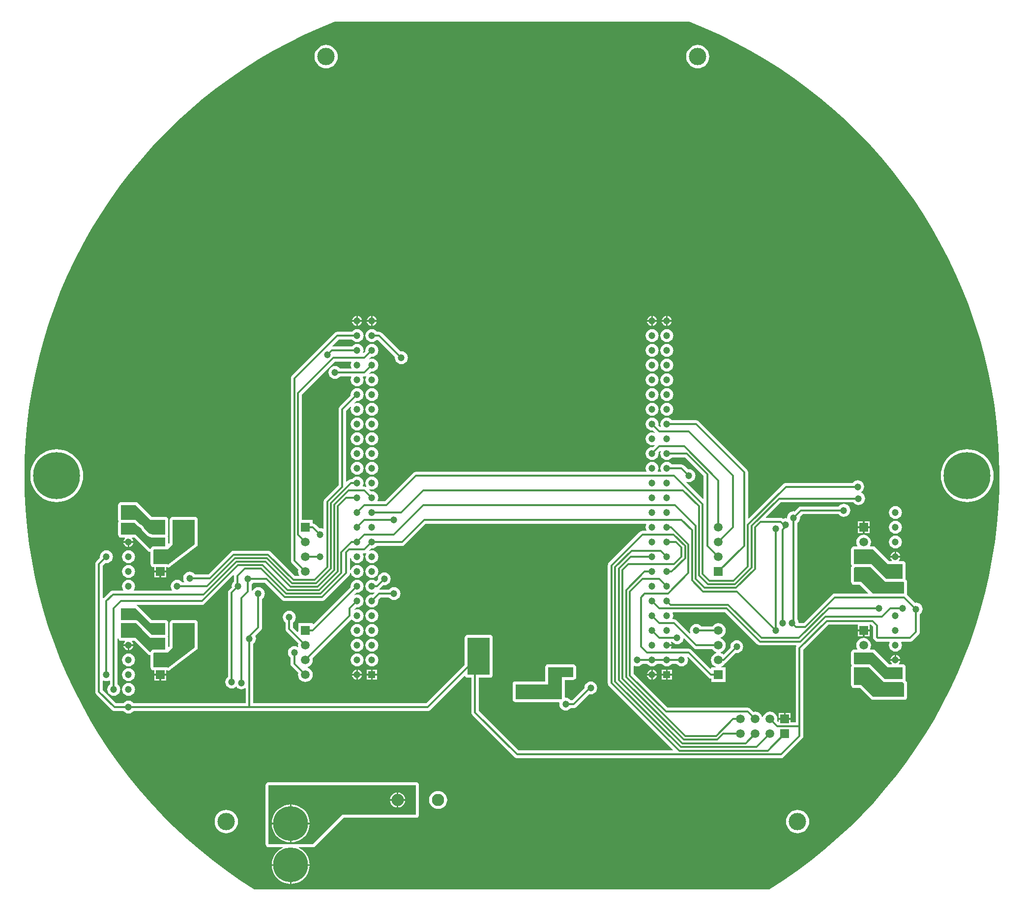
<source format=gbl>
G04 Layer_Physical_Order=2*
G04 Layer_Color=16711680*
%FSLAX23Y23*%
%MOIN*%
G70*
G01*
G75*
%ADD23C,0.012*%
%ADD25C,0.318*%
%ADD26C,0.118*%
%ADD27C,0.059*%
%ADD28R,0.059X0.059*%
%ADD29R,0.059X0.059*%
%ADD30R,0.047X0.047*%
%ADD31C,0.047*%
%ADD32C,0.083*%
%ADD33C,0.236*%
%ADD34C,0.047*%
G36*
X1305Y3037D02*
X1411Y2990D01*
X1515Y2938D01*
X1617Y2883D01*
X1718Y2824D01*
X1816Y2762D01*
X1912Y2697D01*
X2006Y2628D01*
X2097Y2556D01*
X2185Y2480D01*
X2271Y2402D01*
X2354Y2320D01*
X2434Y2236D01*
X2512Y2149D01*
X2586Y2060D01*
X2656Y1967D01*
X2724Y1873D01*
X2788Y1776D01*
X2849Y1677D01*
X2906Y1575D01*
X2960Y1472D01*
X3010Y1367D01*
X3056Y1261D01*
X3098Y1152D01*
X3137Y1043D01*
X3172Y932D01*
X3202Y820D01*
X3229Y707D01*
X3252Y593D01*
X3271Y478D01*
X3286Y363D01*
X3296Y247D01*
X3303Y131D01*
X3306Y14D01*
X3304Y-102D01*
X3299Y-218D01*
X3289Y-334D01*
X3275Y-449D01*
X3257Y-564D01*
X3235Y-678D01*
X3210Y-792D01*
X3180Y-904D01*
X3146Y-1015D01*
X3108Y-1125D01*
X3067Y-1234D01*
X3022Y-1341D01*
X2973Y-1446D01*
X2920Y-1550D01*
X2864Y-1652D01*
X2804Y-1751D01*
X2740Y-1849D01*
X2674Y-1944D01*
X2604Y-2037D01*
X2530Y-2127D01*
X2454Y-2215D01*
X2375Y-2300D01*
X2292Y-2382D01*
X2207Y-2461D01*
X2119Y-2537D01*
X2029Y-2610D01*
X1936Y-2680D01*
X1840Y-2746D01*
X1747Y-2806D01*
X-1747D01*
X-1840Y-2746D01*
X-1935Y-2680D01*
X-2027Y-2611D01*
X-2118Y-2538D01*
X-2205Y-2463D01*
X-2290Y-2384D01*
X-2372Y-2302D01*
X-2451Y-2218D01*
X-2527Y-2131D01*
X-2601Y-2041D01*
X-2670Y-1948D01*
X-2737Y-1854D01*
X-2800Y-1757D01*
X-2860Y-1658D01*
X-2916Y-1557D01*
X-2969Y-1454D01*
X-3018Y-1349D01*
X-3063Y-1242D01*
X-3105Y-1134D01*
X-3143Y-1025D01*
X-3177Y-914D01*
X-3207Y-802D01*
X-3233Y-689D01*
X-3255Y-576D01*
X-3273Y-462D01*
X-3287Y-347D01*
X-3298Y-231D01*
X-3304Y-116D01*
X-3306Y-0D01*
X-3304Y117D01*
X-3297Y233D01*
X-3287Y349D01*
X-3273Y465D01*
X-3254Y580D01*
X-3232Y695D01*
X-3205Y809D01*
X-3175Y921D01*
X-3140Y1033D01*
X-3102Y1143D01*
X-3060Y1252D01*
X-3014Y1359D01*
X-2964Y1464D01*
X-2910Y1568D01*
X-2853Y1670D01*
X-2792Y1769D01*
X-2728Y1867D01*
X-2661Y1962D01*
X-2590Y2055D01*
X-2516Y2145D01*
X-2438Y2232D01*
X-2358Y2317D01*
X-2275Y2399D01*
X-2189Y2477D01*
X-2100Y2553D01*
X-2008Y2626D01*
X-1915Y2695D01*
X-1818Y2761D01*
X-1720Y2823D01*
X-1619Y2882D01*
X-1516Y2937D01*
X-1412Y2989D01*
X-1305Y3037D01*
X-1201Y3080D01*
X1201D01*
X1305Y3037D01*
D02*
G37*
%LPC*%
G36*
X2425Y-356D02*
X2391D01*
Y-390D01*
X2425D01*
Y-356D01*
D02*
G37*
G36*
Y-310D02*
X2391D01*
Y-344D01*
X2425D01*
Y-310D01*
D02*
G37*
G36*
X2379D02*
X2345D01*
Y-344D01*
X2379D01*
Y-310D01*
D02*
G37*
G36*
Y-356D02*
X2345D01*
Y-390D01*
X2379D01*
Y-356D01*
D02*
G37*
G36*
X-2606Y-456D02*
X-2633D01*
X-2633Y-459D01*
X-2629Y-467D01*
X-2624Y-474D01*
X-2617Y-479D01*
X-2609Y-483D01*
X-2606Y-483D01*
Y-456D01*
D02*
G37*
G36*
X2600Y-406D02*
X2589Y-408D01*
X2578Y-412D01*
X2569Y-419D01*
X2562Y-428D01*
X2558Y-439D01*
X2556Y-450D01*
X2558Y-461D01*
X2562Y-472D01*
X2569Y-481D01*
X2578Y-488D01*
X2589Y-492D01*
X2600Y-494D01*
X2611Y-492D01*
X2622Y-488D01*
X2631Y-481D01*
X2638Y-472D01*
X2642Y-461D01*
X2644Y-450D01*
X2642Y-439D01*
X2638Y-428D01*
X2631Y-419D01*
X2622Y-412D01*
X2611Y-408D01*
X2600Y-406D01*
D02*
G37*
G36*
Y-306D02*
X2589Y-308D01*
X2578Y-312D01*
X2569Y-319D01*
X2562Y-328D01*
X2558Y-339D01*
X2556Y-350D01*
X2558Y-361D01*
X2562Y-372D01*
X2569Y-381D01*
X2578Y-388D01*
X2589Y-392D01*
X2600Y-394D01*
X2611Y-392D01*
X2622Y-388D01*
X2631Y-381D01*
X2638Y-372D01*
X2642Y-361D01*
X2644Y-350D01*
X2642Y-339D01*
X2638Y-328D01*
X2631Y-319D01*
X2622Y-312D01*
X2611Y-308D01*
X2600Y-306D01*
D02*
G37*
G36*
X-2567Y-456D02*
X-2594D01*
Y-483D01*
X-2591Y-483D01*
X-2583Y-479D01*
X-2576Y-474D01*
X-2571Y-467D01*
X-2567Y-459D01*
X-2567Y-456D01*
D02*
G37*
G36*
X-950Y194D02*
X-961Y192D01*
X-972Y188D01*
X-981Y181D01*
X-988Y172D01*
X-992Y161D01*
X-994Y150D01*
X-992Y139D01*
X-988Y128D01*
X-981Y119D01*
X-972Y112D01*
X-961Y108D01*
X-950Y106D01*
X-939Y108D01*
X-928Y112D01*
X-919Y119D01*
X-912Y128D01*
X-908Y139D01*
X-906Y150D01*
X-908Y161D01*
X-912Y172D01*
X-919Y181D01*
X-928Y188D01*
X-939Y192D01*
X-950Y194D01*
D02*
G37*
G36*
X-1050D02*
X-1061Y192D01*
X-1072Y188D01*
X-1081Y181D01*
X-1088Y172D01*
X-1092Y161D01*
X-1094Y150D01*
X-1092Y139D01*
X-1088Y128D01*
X-1081Y119D01*
X-1072Y112D01*
X-1061Y108D01*
X-1050Y106D01*
X-1039Y108D01*
X-1028Y112D01*
X-1019Y119D01*
X-1012Y128D01*
X-1008Y139D01*
X-1006Y150D01*
X-1008Y161D01*
X-1012Y172D01*
X-1019Y181D01*
X-1028Y188D01*
X-1039Y192D01*
X-1050Y194D01*
D02*
G37*
G36*
X-950Y294D02*
X-961Y292D01*
X-972Y288D01*
X-981Y281D01*
X-988Y272D01*
X-992Y261D01*
X-994Y250D01*
X-992Y239D01*
X-988Y228D01*
X-981Y219D01*
X-972Y212D01*
X-961Y208D01*
X-950Y206D01*
X-939Y208D01*
X-928Y212D01*
X-919Y219D01*
X-912Y228D01*
X-908Y239D01*
X-906Y250D01*
X-908Y261D01*
X-912Y272D01*
X-919Y281D01*
X-928Y288D01*
X-939Y292D01*
X-950Y294D01*
D02*
G37*
G36*
X-1050D02*
X-1061Y292D01*
X-1072Y288D01*
X-1081Y281D01*
X-1088Y272D01*
X-1092Y261D01*
X-1094Y250D01*
X-1092Y239D01*
X-1088Y228D01*
X-1081Y219D01*
X-1072Y212D01*
X-1061Y208D01*
X-1050Y206D01*
X-1039Y208D01*
X-1028Y212D01*
X-1019Y219D01*
X-1012Y228D01*
X-1008Y239D01*
X-1006Y250D01*
X-1008Y261D01*
X-1012Y272D01*
X-1019Y281D01*
X-1028Y288D01*
X-1039Y292D01*
X-1050Y294D01*
D02*
G37*
G36*
X-950Y94D02*
X-961Y92D01*
X-972Y88D01*
X-981Y81D01*
X-988Y72D01*
X-992Y61D01*
X-994Y50D01*
X-992Y39D01*
X-988Y28D01*
X-981Y19D01*
X-972Y12D01*
X-961Y8D01*
X-950Y6D01*
X-939Y8D01*
X-928Y12D01*
X-919Y19D01*
X-912Y28D01*
X-908Y39D01*
X-906Y50D01*
X-908Y61D01*
X-912Y72D01*
X-919Y81D01*
X-928Y88D01*
X-939Y92D01*
X-950Y94D01*
D02*
G37*
G36*
X-3087Y179D02*
X-3110Y178D01*
X-3133Y173D01*
X-3156Y166D01*
X-3177Y155D01*
X-3196Y142D01*
X-3214Y127D01*
X-3229Y109D01*
X-3242Y90D01*
X-3252Y69D01*
X-3260Y46D01*
X-3265Y23D01*
X-3266Y-0D01*
X-3265Y-23D01*
X-3260Y-46D01*
X-3252Y-69D01*
X-3242Y-90D01*
X-3229Y-109D01*
X-3214Y-127D01*
X-3196Y-142D01*
X-3177Y-155D01*
X-3156Y-166D01*
X-3133Y-173D01*
X-3110Y-178D01*
X-3087Y-179D01*
X-3064Y-178D01*
X-3041Y-173D01*
X-3018Y-166D01*
X-2997Y-155D01*
X-2978Y-142D01*
X-2960Y-127D01*
X-2945Y-109D01*
X-2932Y-90D01*
X-2921Y-69D01*
X-2914Y-46D01*
X-2909Y-23D01*
X-2908Y-0D01*
X-2909Y23D01*
X-2914Y46D01*
X-2921Y69D01*
X-2932Y90D01*
X-2945Y109D01*
X-2960Y127D01*
X-2978Y142D01*
X-2997Y155D01*
X-3018Y166D01*
X-3041Y173D01*
X-3064Y178D01*
X-3087Y179D01*
D02*
G37*
G36*
X2600Y-206D02*
X2589Y-208D01*
X2578Y-212D01*
X2569Y-219D01*
X2562Y-228D01*
X2558Y-239D01*
X2556Y-250D01*
X2558Y-261D01*
X2562Y-272D01*
X2569Y-281D01*
X2578Y-288D01*
X2589Y-292D01*
X2600Y-294D01*
X2611Y-292D01*
X2622Y-288D01*
X2631Y-281D01*
X2638Y-272D01*
X2642Y-261D01*
X2644Y-250D01*
X2642Y-239D01*
X2638Y-228D01*
X2631Y-219D01*
X2622Y-212D01*
X2611Y-208D01*
X2600Y-206D01*
D02*
G37*
G36*
X-1050Y94D02*
X-1061Y92D01*
X-1072Y88D01*
X-1081Y81D01*
X-1088Y72D01*
X-1092Y61D01*
X-1094Y50D01*
X-1092Y39D01*
X-1088Y28D01*
X-1081Y19D01*
X-1072Y12D01*
X-1061Y8D01*
X-1050Y6D01*
X-1039Y8D01*
X-1028Y12D01*
X-1019Y19D01*
X-1012Y28D01*
X-1008Y39D01*
X-1006Y50D01*
X-1008Y61D01*
X-1012Y72D01*
X-1019Y81D01*
X-1028Y88D01*
X-1039Y92D01*
X-1050Y94D01*
D02*
G37*
G36*
X3087Y179D02*
X3064Y178D01*
X3041Y173D01*
X3018Y166D01*
X2997Y155D01*
X2978Y142D01*
X2960Y127D01*
X2945Y109D01*
X2932Y90D01*
X2921Y69D01*
X2914Y46D01*
X2909Y23D01*
X2908Y-0D01*
X2909Y-23D01*
X2914Y-46D01*
X2921Y-69D01*
X2932Y-90D01*
X2945Y-109D01*
X2960Y-127D01*
X2978Y-142D01*
X2997Y-155D01*
X3018Y-166D01*
X3041Y-173D01*
X3064Y-178D01*
X3087Y-179D01*
X3110Y-178D01*
X3133Y-173D01*
X3156Y-166D01*
X3177Y-155D01*
X3196Y-142D01*
X3214Y-127D01*
X3229Y-109D01*
X3242Y-90D01*
X3252Y-69D01*
X3260Y-46D01*
X3265Y-23D01*
X3266Y-0D01*
X3265Y23D01*
X3260Y46D01*
X3252Y69D01*
X3242Y90D01*
X3229Y109D01*
X3214Y127D01*
X3196Y142D01*
X3177Y155D01*
X3156Y166D01*
X3133Y173D01*
X3110Y178D01*
X3087Y179D01*
D02*
G37*
G36*
X2606Y-517D02*
Y-544D01*
X2633D01*
X2633Y-541D01*
X2629Y-533D01*
X2624Y-526D01*
X2617Y-521D01*
X2609Y-517D01*
X2606Y-517D01*
D02*
G37*
G36*
X-1937Y-2267D02*
X-1953Y-2269D01*
X-1967Y-2273D01*
X-1981Y-2281D01*
X-1993Y-2290D01*
X-2003Y-2302D01*
X-2010Y-2316D01*
X-2015Y-2331D01*
X-2016Y-2346D01*
X-2015Y-2362D01*
X-2010Y-2377D01*
X-2003Y-2390D01*
X-1993Y-2402D01*
X-1981Y-2412D01*
X-1967Y-2419D01*
X-1953Y-2424D01*
X-1937Y-2426D01*
X-1922Y-2424D01*
X-1907Y-2419D01*
X-1893Y-2412D01*
X-1881Y-2402D01*
X-1871Y-2390D01*
X-1864Y-2377D01*
X-1859Y-2362D01*
X-1858Y-2346D01*
X-1859Y-2331D01*
X-1864Y-2316D01*
X-1871Y-2302D01*
X-1881Y-2290D01*
X-1893Y-2281D01*
X-1907Y-2273D01*
X-1922Y-2269D01*
X-1937Y-2267D01*
D02*
G37*
G36*
X1937D02*
X1922Y-2269D01*
X1907Y-2273D01*
X1893Y-2281D01*
X1881Y-2290D01*
X1871Y-2302D01*
X1864Y-2316D01*
X1859Y-2331D01*
X1858Y-2346D01*
X1859Y-2362D01*
X1864Y-2377D01*
X1871Y-2390D01*
X1881Y-2402D01*
X1893Y-2412D01*
X1907Y-2419D01*
X1922Y-2424D01*
X1937Y-2426D01*
X1953Y-2424D01*
X1967Y-2419D01*
X1981Y-2412D01*
X1993Y-2402D01*
X2003Y-2390D01*
X2010Y-2377D01*
X2015Y-2362D01*
X2016Y-2346D01*
X2015Y-2331D01*
X2010Y-2316D01*
X2003Y-2302D01*
X1993Y-2290D01*
X1981Y-2281D01*
X1967Y-2273D01*
X1953Y-2269D01*
X1937Y-2267D01*
D02*
G37*
G36*
X2425Y-1056D02*
X2391D01*
Y-1090D01*
X2425D01*
Y-1056D01*
D02*
G37*
G36*
X2379D02*
X2345D01*
Y-1090D01*
X2379D01*
Y-1056D01*
D02*
G37*
G36*
X-500Y-2139D02*
X-512Y-2140D01*
X-523Y-2143D01*
X-534Y-2149D01*
X-543Y-2157D01*
X-551Y-2166D01*
X-557Y-2177D01*
X-560Y-2188D01*
X-561Y-2200D01*
X-560Y-2212D01*
X-557Y-2223D01*
X-551Y-2234D01*
X-543Y-2243D01*
X-534Y-2251D01*
X-523Y-2257D01*
X-512Y-2260D01*
X-500Y-2261D01*
X-488Y-2260D01*
X-477Y-2257D01*
X-466Y-2251D01*
X-457Y-2243D01*
X-449Y-2234D01*
X-443Y-2223D01*
X-440Y-2212D01*
X-439Y-2200D01*
X-440Y-2188D01*
X-443Y-2177D01*
X-449Y-2166D01*
X-457Y-2157D01*
X-466Y-2149D01*
X-477Y-2143D01*
X-488Y-2140D01*
X-500Y-2139D01*
D02*
G37*
G36*
X2385Y-1100D02*
X2372Y-1102D01*
X2360Y-1107D01*
X2350Y-1115D01*
X2342Y-1125D01*
X2337Y-1137D01*
X2335Y-1150D01*
X2337Y-1163D01*
X2342Y-1175D01*
X2342Y-1175D01*
X2340Y-1180D01*
X2320D01*
X2312Y-1181D01*
X2306Y-1186D01*
X2301Y-1192D01*
X2300Y-1200D01*
X2300Y-1275D01*
X2301Y-1283D01*
X2305Y-1287D01*
X2301Y-1292D01*
X2300Y-1300D01*
X2300Y-1420D01*
X2301Y-1428D01*
X2306Y-1434D01*
X2312Y-1439D01*
X2320Y-1440D01*
X2360Y-1440D01*
X2434Y-1514D01*
X2441Y-1519D01*
X2449Y-1520D01*
X2660Y-1520D01*
X2668Y-1519D01*
X2674Y-1514D01*
X2679Y-1508D01*
X2680Y-1500D01*
Y-1410D01*
X2679Y-1402D01*
X2674Y-1396D01*
X2668Y-1389D01*
X2669Y-1388D01*
X2670Y-1380D01*
Y-1300D01*
X2669Y-1292D01*
X2664Y-1286D01*
X2658Y-1281D01*
X2650Y-1280D01*
X2624D01*
X2623Y-1275D01*
X2624Y-1274D01*
X2629Y-1267D01*
X2633Y-1259D01*
X2633Y-1256D01*
X2567D01*
X2567Y-1259D01*
X2571Y-1267D01*
X2576Y-1274D01*
X2577Y-1275D01*
X2576Y-1280D01*
X2558D01*
X2464Y-1186D01*
X2458Y-1181D01*
X2450Y-1180D01*
X2430D01*
X2428Y-1175D01*
X2428Y-1175D01*
X2433Y-1163D01*
X2435Y-1150D01*
X2433Y-1137D01*
X2428Y-1125D01*
X2420Y-1115D01*
X2410Y-1107D01*
X2398Y-1102D01*
X2385Y-1100D01*
D02*
G37*
G36*
X2606Y-1217D02*
Y-1244D01*
X2633D01*
X2633Y-1241D01*
X2629Y-1233D01*
X2624Y-1226D01*
X2617Y-1221D01*
X2609Y-1217D01*
X2606Y-1217D01*
D02*
G37*
G36*
X2594D02*
X2591Y-1217D01*
X2583Y-1221D01*
X2576Y-1226D01*
X2571Y-1233D01*
X2567Y-1241D01*
X2567Y-1244D01*
X2594D01*
Y-1217D01*
D02*
G37*
G36*
X-650Y-2080D02*
X-1650D01*
X-1658Y-2081D01*
X-1664Y-2086D01*
X-1669Y-2092D01*
X-1670Y-2100D01*
Y-2200D01*
Y-2500D01*
X-1669Y-2508D01*
X-1664Y-2514D01*
X-1658Y-2519D01*
X-1650Y-2520D01*
X-1556D01*
X-1555Y-2525D01*
X-1558Y-2526D01*
X-1576Y-2537D01*
X-1591Y-2550D01*
X-1604Y-2565D01*
X-1615Y-2583D01*
X-1622Y-2601D01*
X-1627Y-2621D01*
X-1628Y-2635D01*
X-1500D01*
X-1372D01*
X-1373Y-2621D01*
X-1378Y-2601D01*
X-1385Y-2583D01*
X-1396Y-2565D01*
X-1409Y-2550D01*
X-1424Y-2537D01*
X-1442Y-2526D01*
X-1445Y-2525D01*
X-1444Y-2520D01*
X-1350D01*
X-1342Y-2519D01*
X-1336Y-2514D01*
X-1142Y-2320D01*
X-650D01*
X-642Y-2319D01*
X-636Y-2314D01*
X-631Y-2308D01*
X-630Y-2300D01*
Y-2100D01*
X-631Y-2092D01*
X-636Y-2086D01*
X-642Y-2081D01*
X-650Y-2080D01*
D02*
G37*
G36*
X-2550Y-180D02*
X-2650D01*
X-2658Y-181D01*
X-2664Y-186D01*
X-2669Y-192D01*
X-2670Y-200D01*
Y-300D01*
X-2669Y-308D01*
X-2667Y-310D01*
X-2669Y-312D01*
X-2670Y-320D01*
Y-400D01*
X-2669Y-408D01*
X-2664Y-414D01*
X-2658Y-419D01*
X-2650Y-420D01*
X-2624D01*
X-2623Y-425D01*
X-2624Y-426D01*
X-2629Y-433D01*
X-2633Y-441D01*
X-2633Y-444D01*
X-2600D01*
X-2567D01*
X-2567Y-441D01*
X-2571Y-433D01*
X-2576Y-426D01*
X-2577Y-425D01*
X-2576Y-420D01*
X-2558D01*
X-2468Y-510D01*
X-2466Y-512D01*
X-2464Y-513D01*
X-2463Y-514D01*
X-2462Y-515D01*
X-2459Y-515D01*
X-2457Y-516D01*
X-2456Y-516D01*
X-2456Y-516D01*
X-2455Y-516D01*
X-2455Y-516D01*
X-2453Y-517D01*
X-2451Y-518D01*
X-2450Y-520D01*
Y-601D01*
X-2449Y-608D01*
X-2444Y-615D01*
X-2438Y-619D01*
X-2430Y-621D01*
X-2425D01*
Y-644D01*
X-2385D01*
X-2345D01*
Y-621D01*
X-2338D01*
X-2335Y-621D01*
X-2334Y-621D01*
X-2334Y-622D01*
X-2330Y-622D01*
X-2327Y-622D01*
X-2326Y-621D01*
X-2326Y-621D01*
X-2323Y-620D01*
X-2320Y-619D01*
X-2319Y-618D01*
X-2319Y-618D01*
X-2138Y-481D01*
X-2137Y-480D01*
X-2136Y-479D01*
X-2134Y-477D01*
X-2133Y-475D01*
X-2132Y-474D01*
X-2131Y-473D01*
X-2131Y-470D01*
X-2130Y-468D01*
X-2130Y-466D01*
X-2130Y-465D01*
Y-300D01*
X-2131Y-292D01*
X-2136Y-286D01*
X-2142Y-281D01*
X-2150Y-280D01*
X-2300Y-280D01*
X-2308Y-281D01*
X-2314Y-286D01*
X-2319Y-292D01*
X-2320Y-300D01*
Y-457D01*
X-2325Y-462D01*
X-2330Y-460D01*
Y-420D01*
X-2331Y-412D01*
X-2333Y-410D01*
X-2331Y-408D01*
X-2330Y-400D01*
Y-300D01*
X-2331Y-292D01*
X-2336Y-286D01*
X-2342Y-281D01*
X-2350Y-280D01*
X-2442D01*
X-2536Y-186D01*
X-2542Y-181D01*
X-2550Y-180D01*
D02*
G37*
G36*
X-2345Y-656D02*
X-2379D01*
Y-690D01*
X-2345D01*
Y-656D01*
D02*
G37*
G36*
X2594Y-517D02*
X2591Y-517D01*
X2583Y-521D01*
X2576Y-526D01*
X2571Y-533D01*
X2567Y-541D01*
X2567Y-544D01*
X2594D01*
Y-517D01*
D02*
G37*
G36*
X-2600Y-506D02*
X-2611Y-508D01*
X-2622Y-512D01*
X-2631Y-519D01*
X-2638Y-528D01*
X-2642Y-539D01*
X-2644Y-550D01*
X-2642Y-561D01*
X-2638Y-572D01*
X-2631Y-581D01*
X-2622Y-588D01*
X-2611Y-592D01*
X-2600Y-594D01*
X-2589Y-592D01*
X-2578Y-588D01*
X-2569Y-581D01*
X-2562Y-572D01*
X-2558Y-561D01*
X-2556Y-550D01*
X-2558Y-539D01*
X-2562Y-528D01*
X-2569Y-519D01*
X-2578Y-512D01*
X-2589Y-508D01*
X-2600Y-506D01*
D02*
G37*
G36*
X-1506Y-2647D02*
X-1628D01*
X-1627Y-2661D01*
X-1622Y-2681D01*
X-1615Y-2699D01*
X-1604Y-2716D01*
X-1591Y-2732D01*
X-1576Y-2745D01*
X-1558Y-2755D01*
X-1540Y-2763D01*
X-1520Y-2768D01*
X-1506Y-2769D01*
Y-2647D01*
D02*
G37*
G36*
X-1372D02*
X-1494D01*
Y-2769D01*
X-1480Y-2768D01*
X-1460Y-2763D01*
X-1442Y-2755D01*
X-1424Y-2745D01*
X-1409Y-2732D01*
X-1396Y-2716D01*
X-1385Y-2699D01*
X-1378Y-2681D01*
X-1373Y-2661D01*
X-1372Y-2647D01*
D02*
G37*
G36*
X-2391Y-656D02*
X-2425D01*
Y-690D01*
X-2391D01*
Y-656D01*
D02*
G37*
G36*
X-2600Y-606D02*
X-2611Y-608D01*
X-2622Y-612D01*
X-2631Y-619D01*
X-2638Y-628D01*
X-2642Y-639D01*
X-2644Y-650D01*
X-2642Y-661D01*
X-2638Y-672D01*
X-2631Y-681D01*
X-2622Y-688D01*
X-2611Y-692D01*
X-2600Y-694D01*
X-2589Y-692D01*
X-2578Y-688D01*
X-2569Y-681D01*
X-2562Y-672D01*
X-2558Y-661D01*
X-2556Y-650D01*
X-2558Y-639D01*
X-2562Y-628D01*
X-2569Y-619D01*
X-2578Y-612D01*
X-2589Y-608D01*
X-2600Y-606D01*
D02*
G37*
G36*
X-1017Y1044D02*
X-1044D01*
Y1017D01*
X-1041Y1017D01*
X-1033Y1021D01*
X-1026Y1026D01*
X-1021Y1033D01*
X-1017Y1041D01*
X-1017Y1044D01*
D02*
G37*
G36*
X1044D02*
X1017D01*
X1017Y1041D01*
X1021Y1033D01*
X1026Y1026D01*
X1033Y1021D01*
X1041Y1017D01*
X1044Y1017D01*
Y1044D01*
D02*
G37*
G36*
X983D02*
X956D01*
Y1017D01*
X959Y1017D01*
X967Y1021D01*
X974Y1026D01*
X979Y1033D01*
X983Y1041D01*
X983Y1044D01*
D02*
G37*
G36*
X-917D02*
X-944D01*
Y1017D01*
X-941Y1017D01*
X-933Y1021D01*
X-926Y1026D01*
X-921Y1033D01*
X-917Y1041D01*
X-917Y1044D01*
D02*
G37*
G36*
X944D02*
X917D01*
X917Y1041D01*
X921Y1033D01*
X926Y1026D01*
X933Y1021D01*
X941Y1017D01*
X944Y1017D01*
Y1044D01*
D02*
G37*
G36*
X-1056D02*
X-1083D01*
X-1083Y1041D01*
X-1079Y1033D01*
X-1074Y1026D01*
X-1067Y1021D01*
X-1059Y1017D01*
X-1056Y1017D01*
Y1044D01*
D02*
G37*
G36*
X1050Y994D02*
X1039Y992D01*
X1028Y988D01*
X1019Y981D01*
X1012Y972D01*
X1008Y961D01*
X1006Y950D01*
X1008Y939D01*
X1012Y928D01*
X1019Y919D01*
X1028Y912D01*
X1039Y908D01*
X1050Y906D01*
X1061Y908D01*
X1072Y912D01*
X1081Y919D01*
X1088Y928D01*
X1092Y939D01*
X1094Y950D01*
X1092Y961D01*
X1088Y972D01*
X1081Y981D01*
X1072Y988D01*
X1061Y992D01*
X1050Y994D01*
D02*
G37*
G36*
X1260Y2922D02*
X1244Y2920D01*
X1230Y2916D01*
X1216Y2908D01*
X1204Y2898D01*
X1194Y2886D01*
X1187Y2873D01*
X1182Y2858D01*
X1181Y2842D01*
X1182Y2827D01*
X1187Y2812D01*
X1194Y2799D01*
X1204Y2787D01*
X1216Y2777D01*
X1230Y2769D01*
X1244Y2765D01*
X1260Y2763D01*
X1275Y2765D01*
X1290Y2769D01*
X1304Y2777D01*
X1316Y2787D01*
X1326Y2799D01*
X1333Y2812D01*
X1337Y2827D01*
X1339Y2842D01*
X1337Y2858D01*
X1333Y2873D01*
X1326Y2886D01*
X1316Y2898D01*
X1304Y2908D01*
X1290Y2916D01*
X1275Y2920D01*
X1260Y2922D01*
D02*
G37*
G36*
X-956Y1044D02*
X-983D01*
X-983Y1041D01*
X-979Y1033D01*
X-974Y1026D01*
X-967Y1021D01*
X-959Y1017D01*
X-956Y1017D01*
Y1044D01*
D02*
G37*
G36*
X1083D02*
X1056D01*
Y1017D01*
X1059Y1017D01*
X1067Y1021D01*
X1074Y1026D01*
X1079Y1033D01*
X1083Y1041D01*
X1083Y1044D01*
D02*
G37*
G36*
X-944Y1083D02*
Y1056D01*
X-917D01*
X-917Y1059D01*
X-921Y1067D01*
X-926Y1074D01*
X-933Y1079D01*
X-941Y1083D01*
X-944Y1083D01*
D02*
G37*
G36*
X1056D02*
Y1056D01*
X1083D01*
X1083Y1059D01*
X1079Y1067D01*
X1074Y1074D01*
X1067Y1079D01*
X1059Y1083D01*
X1056Y1083D01*
D02*
G37*
G36*
X956D02*
Y1056D01*
X983D01*
X983Y1059D01*
X979Y1067D01*
X974Y1074D01*
X967Y1079D01*
X959Y1083D01*
X956Y1083D01*
D02*
G37*
G36*
X-1044D02*
Y1056D01*
X-1017D01*
X-1017Y1059D01*
X-1021Y1067D01*
X-1026Y1074D01*
X-1033Y1079D01*
X-1041Y1083D01*
X-1044Y1083D01*
D02*
G37*
G36*
X1044D02*
X1041Y1083D01*
X1033Y1079D01*
X1026Y1074D01*
X1021Y1067D01*
X1017Y1059D01*
X1017Y1056D01*
X1044D01*
Y1083D01*
D02*
G37*
G36*
X-1056D02*
X-1059Y1083D01*
X-1067Y1079D01*
X-1074Y1074D01*
X-1079Y1067D01*
X-1083Y1059D01*
X-1083Y1056D01*
X-1056D01*
Y1083D01*
D02*
G37*
G36*
X944D02*
X941Y1083D01*
X933Y1079D01*
X926Y1074D01*
X921Y1067D01*
X917Y1059D01*
X917Y1056D01*
X944D01*
Y1083D01*
D02*
G37*
G36*
X-956D02*
X-959Y1083D01*
X-967Y1079D01*
X-974Y1074D01*
X-979Y1067D01*
X-983Y1059D01*
X-983Y1056D01*
X-956D01*
Y1083D01*
D02*
G37*
G36*
X-1260Y2922D02*
X-1275Y2920D01*
X-1290Y2916D01*
X-1304Y2908D01*
X-1316Y2898D01*
X-1326Y2886D01*
X-1333Y2873D01*
X-1337Y2858D01*
X-1339Y2842D01*
X-1337Y2827D01*
X-1333Y2812D01*
X-1326Y2799D01*
X-1316Y2787D01*
X-1304Y2777D01*
X-1290Y2769D01*
X-1275Y2765D01*
X-1260Y2763D01*
X-1244Y2765D01*
X-1230Y2769D01*
X-1216Y2777D01*
X-1204Y2787D01*
X-1194Y2799D01*
X-1187Y2812D01*
X-1182Y2827D01*
X-1181Y2842D01*
X-1182Y2858D01*
X-1187Y2873D01*
X-1194Y2886D01*
X-1204Y2898D01*
X-1216Y2908D01*
X-1230Y2916D01*
X-1244Y2920D01*
X-1260Y2922D01*
D02*
G37*
G36*
X950Y594D02*
X939Y592D01*
X928Y588D01*
X919Y581D01*
X912Y572D01*
X908Y561D01*
X906Y550D01*
X908Y539D01*
X912Y528D01*
X919Y519D01*
X928Y512D01*
X939Y508D01*
X950Y506D01*
X961Y508D01*
X972Y512D01*
X981Y519D01*
X988Y528D01*
X992Y539D01*
X994Y550D01*
X992Y561D01*
X988Y572D01*
X981Y581D01*
X972Y588D01*
X961Y592D01*
X950Y594D01*
D02*
G37*
G36*
X-950D02*
X-961Y592D01*
X-972Y588D01*
X-981Y581D01*
X-988Y572D01*
X-992Y561D01*
X-994Y550D01*
X-992Y539D01*
X-988Y528D01*
X-981Y519D01*
X-972Y512D01*
X-961Y508D01*
X-950Y506D01*
X-939Y508D01*
X-928Y512D01*
X-919Y519D01*
X-912Y528D01*
X-908Y539D01*
X-906Y550D01*
X-908Y561D01*
X-912Y572D01*
X-919Y581D01*
X-928Y588D01*
X-939Y592D01*
X-950Y594D01*
D02*
G37*
G36*
X1050D02*
X1039Y592D01*
X1028Y588D01*
X1019Y581D01*
X1012Y572D01*
X1008Y561D01*
X1006Y550D01*
X1008Y539D01*
X1012Y528D01*
X1019Y519D01*
X1028Y512D01*
X1039Y508D01*
X1050Y506D01*
X1061Y508D01*
X1072Y512D01*
X1081Y519D01*
X1088Y528D01*
X1092Y539D01*
X1094Y550D01*
X1092Y561D01*
X1088Y572D01*
X1081Y581D01*
X1072Y588D01*
X1061Y592D01*
X1050Y594D01*
D02*
G37*
G36*
Y694D02*
X1039Y692D01*
X1028Y688D01*
X1019Y681D01*
X1012Y672D01*
X1008Y661D01*
X1006Y650D01*
X1008Y639D01*
X1012Y628D01*
X1019Y619D01*
X1028Y612D01*
X1039Y608D01*
X1050Y606D01*
X1061Y608D01*
X1072Y612D01*
X1081Y619D01*
X1088Y628D01*
X1092Y639D01*
X1094Y650D01*
X1092Y661D01*
X1088Y672D01*
X1081Y681D01*
X1072Y688D01*
X1061Y692D01*
X1050Y694D01*
D02*
G37*
G36*
X950D02*
X939Y692D01*
X928Y688D01*
X919Y681D01*
X912Y672D01*
X908Y661D01*
X906Y650D01*
X908Y639D01*
X912Y628D01*
X919Y619D01*
X928Y612D01*
X939Y608D01*
X950Y606D01*
X961Y608D01*
X972Y612D01*
X981Y619D01*
X988Y628D01*
X992Y639D01*
X994Y650D01*
X992Y661D01*
X988Y672D01*
X981Y681D01*
X972Y688D01*
X961Y692D01*
X950Y694D01*
D02*
G37*
G36*
X-950Y394D02*
X-961Y392D01*
X-972Y388D01*
X-981Y381D01*
X-988Y372D01*
X-992Y361D01*
X-994Y350D01*
X-992Y339D01*
X-988Y328D01*
X-981Y319D01*
X-972Y312D01*
X-961Y308D01*
X-950Y306D01*
X-939Y308D01*
X-928Y312D01*
X-919Y319D01*
X-912Y328D01*
X-908Y339D01*
X-906Y350D01*
X-908Y361D01*
X-912Y372D01*
X-919Y381D01*
X-928Y388D01*
X-939Y392D01*
X-950Y394D01*
D02*
G37*
G36*
X-1050D02*
X-1061Y392D01*
X-1072Y388D01*
X-1081Y381D01*
X-1088Y372D01*
X-1092Y361D01*
X-1094Y350D01*
X-1092Y339D01*
X-1088Y328D01*
X-1081Y319D01*
X-1072Y312D01*
X-1061Y308D01*
X-1050Y306D01*
X-1039Y308D01*
X-1028Y312D01*
X-1019Y319D01*
X-1012Y328D01*
X-1008Y339D01*
X-1006Y350D01*
X-1008Y361D01*
X-1012Y372D01*
X-1019Y381D01*
X-1028Y388D01*
X-1039Y392D01*
X-1050Y394D01*
D02*
G37*
G36*
X-950Y494D02*
X-961Y492D01*
X-972Y488D01*
X-981Y481D01*
X-988Y472D01*
X-992Y461D01*
X-994Y450D01*
X-992Y439D01*
X-988Y428D01*
X-981Y419D01*
X-972Y412D01*
X-961Y408D01*
X-950Y406D01*
X-939Y408D01*
X-928Y412D01*
X-919Y419D01*
X-912Y428D01*
X-908Y439D01*
X-906Y450D01*
X-908Y461D01*
X-912Y472D01*
X-919Y481D01*
X-928Y488D01*
X-939Y492D01*
X-950Y494D01*
D02*
G37*
G36*
X1050D02*
X1039Y492D01*
X1028Y488D01*
X1019Y481D01*
X1012Y472D01*
X1008Y461D01*
X1006Y450D01*
X1008Y439D01*
X1012Y428D01*
X1019Y419D01*
X1028Y412D01*
X1039Y408D01*
X1050Y406D01*
X1061Y408D01*
X1072Y412D01*
X1081Y419D01*
X1088Y428D01*
X1092Y439D01*
X1094Y450D01*
X1092Y461D01*
X1088Y472D01*
X1081Y481D01*
X1072Y488D01*
X1061Y492D01*
X1050Y494D01*
D02*
G37*
G36*
X950D02*
X939Y492D01*
X928Y488D01*
X919Y481D01*
X912Y472D01*
X908Y461D01*
X906Y450D01*
X908Y439D01*
X912Y428D01*
X919Y419D01*
X928Y412D01*
X939Y408D01*
X950Y406D01*
X961Y408D01*
X972Y412D01*
X981Y419D01*
X988Y428D01*
X992Y439D01*
X994Y450D01*
X992Y461D01*
X988Y472D01*
X981Y481D01*
X972Y488D01*
X961Y492D01*
X950Y494D01*
D02*
G37*
G36*
X1050Y894D02*
X1039Y892D01*
X1028Y888D01*
X1019Y881D01*
X1012Y872D01*
X1008Y861D01*
X1006Y850D01*
X1008Y839D01*
X1012Y828D01*
X1019Y819D01*
X1028Y812D01*
X1039Y808D01*
X1050Y806D01*
X1061Y808D01*
X1072Y812D01*
X1081Y819D01*
X1088Y828D01*
X1092Y839D01*
X1094Y850D01*
X1092Y861D01*
X1088Y872D01*
X1081Y881D01*
X1072Y888D01*
X1061Y892D01*
X1050Y894D01*
D02*
G37*
G36*
X950D02*
X939Y892D01*
X928Y888D01*
X919Y881D01*
X912Y872D01*
X908Y861D01*
X906Y850D01*
X908Y839D01*
X912Y828D01*
X919Y819D01*
X928Y812D01*
X939Y808D01*
X950Y806D01*
X961Y808D01*
X972Y812D01*
X981Y819D01*
X988Y828D01*
X992Y839D01*
X994Y850D01*
X992Y861D01*
X988Y872D01*
X981Y881D01*
X972Y888D01*
X961Y892D01*
X950Y894D01*
D02*
G37*
G36*
Y994D02*
X939Y992D01*
X928Y988D01*
X919Y981D01*
X912Y972D01*
X908Y961D01*
X906Y950D01*
X908Y939D01*
X912Y928D01*
X919Y919D01*
X928Y912D01*
X939Y908D01*
X950Y906D01*
X961Y908D01*
X972Y912D01*
X981Y919D01*
X988Y928D01*
X992Y939D01*
X994Y950D01*
X992Y961D01*
X988Y972D01*
X981Y981D01*
X972Y988D01*
X961Y992D01*
X950Y994D01*
D02*
G37*
G36*
X-1050D02*
X-1061Y992D01*
X-1072Y988D01*
X-1081Y981D01*
X-1085Y976D01*
X-1185D01*
X-1192Y975D01*
X-1198Y972D01*
X-1203Y968D01*
X-1492Y680D01*
X-1496Y674D01*
X-1499Y668D01*
X-1499Y661D01*
Y-576D01*
X-1499Y-583D01*
X-1496Y-589D01*
X-1492Y-595D01*
X-1448Y-638D01*
X-1450Y-650D01*
X-1448Y-663D01*
X-1443Y-675D01*
X-1442Y-676D01*
X-1444Y-681D01*
X-1471D01*
X-1634Y-517D01*
X-1640Y-513D01*
X-1646Y-511D01*
X-1653Y-510D01*
X-1887D01*
X-1894Y-511D01*
X-1900Y-513D01*
X-1906Y-517D01*
X-2058Y-669D01*
X-2150D01*
X-2154Y-664D01*
X-2163Y-657D01*
X-2174Y-653D01*
X-2185Y-651D01*
X-2196Y-653D01*
X-2207Y-657D01*
X-2216Y-664D01*
X-2223Y-673D01*
X-2227Y-684D01*
X-2229Y-695D01*
X-2227Y-706D01*
X-2223Y-717D01*
X-2221Y-720D01*
X-2223Y-724D01*
X-2235D01*
X-2239Y-719D01*
X-2248Y-712D01*
X-2259Y-708D01*
X-2270Y-706D01*
X-2281Y-708D01*
X-2292Y-712D01*
X-2301Y-719D01*
X-2308Y-728D01*
X-2312Y-739D01*
X-2314Y-750D01*
X-2312Y-761D01*
X-2308Y-772D01*
X-2306Y-775D01*
X-2308Y-779D01*
X-2562D01*
X-2564Y-775D01*
X-2562Y-772D01*
X-2558Y-761D01*
X-2556Y-750D01*
X-2558Y-739D01*
X-2562Y-728D01*
X-2569Y-719D01*
X-2578Y-712D01*
X-2589Y-708D01*
X-2600Y-706D01*
X-2611Y-708D01*
X-2622Y-712D01*
X-2631Y-719D01*
X-2638Y-728D01*
X-2642Y-739D01*
X-2644Y-750D01*
X-2642Y-761D01*
X-2638Y-772D01*
X-2636Y-775D01*
X-2638Y-779D01*
X-2705D01*
X-2712Y-780D01*
X-2718Y-783D01*
X-2723Y-787D01*
X-2768Y-832D01*
X-2769Y-833D01*
X-2774Y-831D01*
Y-611D01*
X-2756Y-593D01*
X-2750Y-594D01*
X-2739Y-592D01*
X-2728Y-588D01*
X-2719Y-581D01*
X-2712Y-572D01*
X-2708Y-561D01*
X-2706Y-550D01*
X-2708Y-539D01*
X-2712Y-528D01*
X-2719Y-519D01*
X-2728Y-512D01*
X-2739Y-508D01*
X-2750Y-506D01*
X-2761Y-508D01*
X-2772Y-512D01*
X-2781Y-519D01*
X-2788Y-528D01*
X-2792Y-539D01*
X-2794Y-550D01*
X-2793Y-556D01*
X-2818Y-582D01*
X-2822Y-587D01*
X-2825Y-593D01*
X-2826Y-600D01*
Y-1465D01*
X-2825Y-1472D01*
X-2822Y-1478D01*
X-2818Y-1483D01*
X-2713Y-1588D01*
X-2708Y-1592D01*
X-2702Y-1595D01*
X-2695Y-1596D01*
X-2635D01*
X-2631Y-1601D01*
X-2622Y-1608D01*
X-2611Y-1612D01*
X-2600Y-1614D01*
X-2589Y-1612D01*
X-2578Y-1608D01*
X-2569Y-1601D01*
X-2565Y-1596D01*
X-570D01*
X-563Y-1595D01*
X-557Y-1592D01*
X-552Y-1588D01*
X-323Y-1359D01*
X-317Y-1360D01*
X-314Y-1364D01*
X-308Y-1369D01*
X-300Y-1370D01*
X-276D01*
Y-1605D01*
X-275Y-1612D01*
X-272Y-1618D01*
X-268Y-1623D01*
X17Y-1908D01*
X22Y-1912D01*
X28Y-1915D01*
X35Y-1916D01*
X1825D01*
X1832Y-1915D01*
X1838Y-1912D01*
X1843Y-1908D01*
X1968Y-1783D01*
X1972Y-1778D01*
X1975Y-1772D01*
X1976Y-1765D01*
Y-1700D01*
Y-1181D01*
X2146Y-1011D01*
X2345D01*
Y-1044D01*
X2385D01*
X2425D01*
Y-1011D01*
X2434D01*
X2449Y-1026D01*
Y-1095D01*
X2450Y-1102D01*
X2453Y-1108D01*
X2457Y-1113D01*
X2462Y-1118D01*
X2467Y-1122D01*
X2473Y-1125D01*
X2480Y-1126D01*
X2558D01*
X2561Y-1131D01*
X2558Y-1139D01*
X2556Y-1150D01*
X2558Y-1161D01*
X2562Y-1172D01*
X2569Y-1181D01*
X2578Y-1188D01*
X2589Y-1192D01*
X2600Y-1194D01*
X2611Y-1192D01*
X2622Y-1188D01*
X2631Y-1181D01*
X2638Y-1172D01*
X2642Y-1161D01*
X2644Y-1150D01*
X2642Y-1139D01*
X2639Y-1131D01*
X2642Y-1126D01*
X2700D01*
X2707Y-1125D01*
X2713Y-1122D01*
X2718Y-1118D01*
X2758Y-1078D01*
X2762Y-1073D01*
X2765Y-1067D01*
X2766Y-1060D01*
Y-940D01*
X2771Y-936D01*
X2778Y-927D01*
X2782Y-916D01*
X2784Y-905D01*
X2782Y-894D01*
X2778Y-883D01*
X2771Y-874D01*
X2762Y-867D01*
X2751Y-863D01*
X2740Y-861D01*
X2734Y-862D01*
X2678Y-807D01*
X2679Y-807D01*
X2680Y-799D01*
Y-723D01*
X2680Y-721D01*
X2680Y-719D01*
X2679Y-717D01*
X2679Y-715D01*
X2678Y-713D01*
X2677Y-712D01*
X2675Y-710D01*
X2674Y-708D01*
X2673Y-707D01*
X2671Y-706D01*
X2669Y-704D01*
X2670Y-700D01*
Y-600D01*
X2669Y-592D01*
X2664Y-586D01*
X2658Y-581D01*
X2650Y-580D01*
X2624D01*
X2623Y-575D01*
X2624Y-574D01*
X2629Y-567D01*
X2633Y-559D01*
X2633Y-556D01*
X2567D01*
X2567Y-559D01*
X2571Y-567D01*
X2576Y-574D01*
X2577Y-575D01*
X2576Y-580D01*
X2558D01*
X2464Y-486D01*
X2458Y-481D01*
X2450Y-480D01*
X2430D01*
X2428Y-475D01*
X2428Y-475D01*
X2433Y-463D01*
X2435Y-450D01*
X2433Y-437D01*
X2428Y-425D01*
X2420Y-415D01*
X2410Y-407D01*
X2398Y-402D01*
X2385Y-400D01*
X2372Y-402D01*
X2360Y-407D01*
X2350Y-415D01*
X2342Y-425D01*
X2337Y-437D01*
X2335Y-450D01*
X2337Y-463D01*
X2342Y-475D01*
X2342Y-475D01*
X2340Y-480D01*
X2320D01*
X2312Y-481D01*
X2306Y-486D01*
X2301Y-492D01*
X2300Y-500D01*
X2300Y-600D01*
X2301Y-608D01*
X2305Y-613D01*
X2301Y-617D01*
X2300Y-625D01*
X2300Y-720D01*
X2301Y-728D01*
X2306Y-734D01*
X2312Y-739D01*
X2320Y-740D01*
X2360Y-740D01*
X2415Y-795D01*
X2413Y-799D01*
X2190D01*
X2183Y-800D01*
X2177Y-803D01*
X2172Y-807D01*
X1979Y-999D01*
X1944D01*
X1942Y-989D01*
X1938Y-978D01*
X1936Y-976D01*
Y-320D01*
X1941Y-316D01*
X1948Y-307D01*
X1952Y-296D01*
X1954Y-285D01*
X1953Y-279D01*
X1971Y-261D01*
X2215D01*
X2219Y-266D01*
X2228Y-273D01*
X2239Y-277D01*
X2250Y-279D01*
X2261Y-277D01*
X2272Y-273D01*
X2281Y-266D01*
X2288Y-257D01*
X2292Y-246D01*
X2294Y-235D01*
X2292Y-224D01*
X2288Y-213D01*
X2281Y-204D01*
X2272Y-197D01*
X2261Y-193D01*
X2250Y-191D01*
X2239Y-193D01*
X2228Y-197D01*
X2219Y-204D01*
X2215Y-209D01*
X1960D01*
X1953Y-210D01*
X1947Y-213D01*
X1942Y-217D01*
X1916Y-242D01*
X1910Y-241D01*
X1899Y-243D01*
X1888Y-247D01*
X1879Y-254D01*
X1872Y-263D01*
X1868Y-274D01*
X1866Y-284D01*
X1865Y-286D01*
X1863Y-289D01*
X1857Y-288D01*
X1845Y-289D01*
X1838Y-292D01*
X1836Y-290D01*
X1829Y-288D01*
X1823Y-287D01*
X1723D01*
X1721Y-282D01*
X1822Y-181D01*
X2315D01*
X2319Y-186D01*
X2328Y-193D01*
X2339Y-197D01*
X2350Y-199D01*
X2361Y-197D01*
X2372Y-193D01*
X2381Y-186D01*
X2388Y-177D01*
X2392Y-166D01*
X2394Y-155D01*
X2392Y-144D01*
X2388Y-133D01*
X2381Y-124D01*
X2372Y-117D01*
X2370Y-117D01*
X2369Y-111D01*
X2376Y-106D01*
X2383Y-97D01*
X2387Y-86D01*
X2389Y-75D01*
X2387Y-64D01*
X2383Y-53D01*
X2376Y-44D01*
X2367Y-37D01*
X2356Y-33D01*
X2345Y-31D01*
X2334Y-33D01*
X2323Y-37D01*
X2314Y-44D01*
X2310Y-49D01*
X1858D01*
X1852Y-50D01*
X1845Y-53D01*
X1840Y-57D01*
X1605Y-291D01*
X1601Y-289D01*
Y25D01*
X1600Y32D01*
X1597Y38D01*
X1593Y43D01*
X1268Y368D01*
X1263Y372D01*
X1257Y375D01*
X1250Y376D01*
X1085D01*
X1081Y381D01*
X1072Y388D01*
X1061Y392D01*
X1050Y394D01*
X1039Y392D01*
X1028Y388D01*
X1019Y381D01*
X1012Y372D01*
X1008Y361D01*
X1006Y350D01*
X1008Y339D01*
X1010Y334D01*
X1006Y331D01*
X993Y344D01*
X994Y350D01*
X992Y361D01*
X988Y372D01*
X981Y381D01*
X972Y388D01*
X961Y392D01*
X950Y394D01*
X939Y392D01*
X928Y388D01*
X919Y381D01*
X912Y372D01*
X908Y361D01*
X906Y350D01*
X908Y339D01*
X912Y328D01*
X919Y319D01*
X928Y312D01*
X939Y308D01*
X950Y306D01*
X956Y307D01*
X969Y294D01*
X966Y290D01*
X961Y292D01*
X950Y294D01*
X939Y292D01*
X928Y288D01*
X919Y281D01*
X912Y272D01*
X908Y261D01*
X906Y250D01*
X908Y239D01*
X912Y228D01*
X919Y219D01*
X928Y212D01*
X939Y208D01*
X950Y206D01*
X961Y208D01*
X966Y210D01*
X969Y206D01*
X956Y193D01*
X950Y194D01*
X939Y192D01*
X928Y188D01*
X919Y181D01*
X912Y172D01*
X908Y161D01*
X906Y150D01*
X908Y139D01*
X912Y128D01*
X919Y119D01*
X928Y112D01*
X939Y108D01*
X950Y106D01*
X961Y108D01*
X972Y112D01*
X981Y119D01*
X988Y128D01*
X992Y139D01*
X994Y150D01*
X993Y156D01*
X1006Y169D01*
X1010Y166D01*
X1008Y161D01*
X1006Y150D01*
X1008Y139D01*
X1012Y128D01*
X1019Y119D01*
X1028Y112D01*
X1039Y108D01*
X1050Y106D01*
X1061Y108D01*
X1072Y112D01*
X1081Y119D01*
X1085Y124D01*
X1174D01*
X1299Y-1D01*
Y-156D01*
X1295Y-158D01*
X1181Y-44D01*
X1184Y-40D01*
X1189Y-42D01*
X1200Y-44D01*
X1211Y-42D01*
X1222Y-38D01*
X1231Y-31D01*
X1238Y-22D01*
X1242Y-11D01*
X1244Y0D01*
X1242Y11D01*
X1238Y22D01*
X1231Y31D01*
X1222Y38D01*
X1211Y42D01*
X1200Y44D01*
X1194Y43D01*
X1168Y68D01*
X1163Y72D01*
X1157Y75D01*
X1150Y76D01*
X1085D01*
X1081Y81D01*
X1072Y88D01*
X1061Y92D01*
X1050Y94D01*
X1039Y92D01*
X1028Y88D01*
X1019Y81D01*
X1012Y72D01*
X1008Y61D01*
X1006Y50D01*
X1008Y39D01*
X1011Y31D01*
X1008Y26D01*
X992D01*
X989Y31D01*
X992Y39D01*
X994Y50D01*
X992Y61D01*
X988Y72D01*
X981Y81D01*
X972Y88D01*
X961Y92D01*
X950Y94D01*
X939Y92D01*
X928Y88D01*
X919Y81D01*
X912Y72D01*
X908Y61D01*
X906Y50D01*
X908Y39D01*
X911Y31D01*
X908Y26D01*
X-650D01*
X-657Y25D01*
X-663Y22D01*
X-668Y18D01*
X-861Y-174D01*
X-908D01*
X-911Y-169D01*
X-908Y-161D01*
X-906Y-150D01*
X-908Y-139D01*
X-912Y-128D01*
X-919Y-119D01*
X-928Y-112D01*
X-939Y-108D01*
X-950Y-106D01*
X-956Y-107D01*
X-969Y-94D01*
X-966Y-90D01*
X-961Y-92D01*
X-950Y-94D01*
X-939Y-92D01*
X-928Y-88D01*
X-919Y-81D01*
X-912Y-72D01*
X-908Y-61D01*
X-906Y-50D01*
X-908Y-39D01*
X-912Y-28D01*
X-919Y-19D01*
X-928Y-12D01*
X-939Y-8D01*
X-950Y-6D01*
X-961Y-8D01*
X-972Y-12D01*
X-981Y-19D01*
X-988Y-28D01*
X-992Y-39D01*
X-994Y-50D01*
X-992Y-61D01*
X-988Y-72D01*
X-990Y-76D01*
X-991Y-76D01*
X-993Y-75D01*
X-1000Y-74D01*
X-1008D01*
X-1011Y-69D01*
X-1008Y-61D01*
X-1006Y-50D01*
X-1008Y-39D01*
X-1012Y-28D01*
X-1019Y-19D01*
X-1028Y-12D01*
X-1039Y-8D01*
X-1050Y-6D01*
X-1061Y-8D01*
X-1072Y-12D01*
X-1081Y-19D01*
X-1085Y-24D01*
X-1092D01*
X-1098Y-25D01*
X-1104Y-28D01*
X-1110Y-32D01*
X-1120Y-41D01*
X-1124Y-40D01*
Y439D01*
X-1094Y469D01*
X-1090Y466D01*
X-1092Y461D01*
X-1094Y450D01*
X-1092Y439D01*
X-1088Y428D01*
X-1081Y419D01*
X-1072Y412D01*
X-1061Y408D01*
X-1050Y406D01*
X-1039Y408D01*
X-1028Y412D01*
X-1019Y419D01*
X-1012Y428D01*
X-1008Y439D01*
X-1006Y450D01*
X-1008Y461D01*
X-1012Y472D01*
X-1019Y481D01*
X-1028Y488D01*
X-1039Y492D01*
X-1050Y494D01*
X-1061Y492D01*
X-1066Y490D01*
X-1069Y494D01*
X-1056Y507D01*
X-1050Y506D01*
X-1039Y508D01*
X-1028Y512D01*
X-1019Y519D01*
X-1012Y528D01*
X-1008Y539D01*
X-1006Y550D01*
X-1008Y561D01*
X-1012Y572D01*
X-1019Y581D01*
X-1028Y588D01*
X-1039Y592D01*
X-1050Y594D01*
X-1061Y592D01*
X-1072Y588D01*
X-1081Y581D01*
X-1088Y572D01*
X-1092Y561D01*
X-1094Y550D01*
X-1093Y544D01*
X-1168Y468D01*
X-1172Y463D01*
X-1175Y457D01*
X-1176Y450D01*
Y-64D01*
X-1269Y-158D01*
X-1273Y-163D01*
X-1276Y-169D01*
X-1277Y-176D01*
Y-357D01*
X-1282Y-361D01*
X-1289Y-358D01*
X-1300Y-356D01*
X-1306Y-357D01*
X-1332Y-332D01*
X-1337Y-328D01*
X-1343Y-325D01*
X-1350Y-324D01*
X-1351D01*
Y-301D01*
X-1424D01*
Y549D01*
X-1199Y774D01*
X-1092D01*
X-1089Y769D01*
X-1092Y761D01*
X-1094Y750D01*
X-1092Y739D01*
X-1089Y731D01*
X-1092Y726D01*
X-1165D01*
X-1169Y731D01*
X-1178Y738D01*
X-1189Y742D01*
X-1200Y744D01*
X-1211Y742D01*
X-1222Y738D01*
X-1231Y731D01*
X-1238Y722D01*
X-1242Y711D01*
X-1244Y700D01*
X-1242Y689D01*
X-1238Y678D01*
X-1231Y669D01*
X-1222Y662D01*
X-1211Y658D01*
X-1200Y656D01*
X-1189Y658D01*
X-1178Y662D01*
X-1169Y669D01*
X-1165Y674D01*
X-1092D01*
X-1089Y669D01*
X-1092Y661D01*
X-1094Y650D01*
X-1092Y639D01*
X-1088Y628D01*
X-1081Y619D01*
X-1072Y612D01*
X-1061Y608D01*
X-1050Y606D01*
X-1039Y608D01*
X-1028Y612D01*
X-1019Y619D01*
X-1012Y628D01*
X-1008Y639D01*
X-1006Y650D01*
X-1008Y661D01*
X-1011Y669D01*
X-1008Y674D01*
X-1000D01*
X-993Y675D01*
X-991Y676D01*
X-990Y676D01*
X-988Y672D01*
X-992Y661D01*
X-994Y650D01*
X-992Y639D01*
X-988Y628D01*
X-981Y619D01*
X-972Y612D01*
X-961Y608D01*
X-950Y606D01*
X-939Y608D01*
X-928Y612D01*
X-919Y619D01*
X-912Y628D01*
X-908Y639D01*
X-906Y650D01*
X-908Y661D01*
X-912Y672D01*
X-919Y681D01*
X-928Y688D01*
X-939Y692D01*
X-950Y694D01*
X-961Y692D01*
X-966Y690D01*
X-969Y694D01*
X-956Y707D01*
X-950Y706D01*
X-939Y708D01*
X-928Y712D01*
X-919Y719D01*
X-912Y728D01*
X-908Y739D01*
X-906Y750D01*
X-908Y761D01*
X-912Y772D01*
X-919Y781D01*
X-928Y788D01*
X-939Y792D01*
X-950Y794D01*
X-961Y792D01*
X-966Y790D01*
X-969Y794D01*
X-956Y807D01*
X-950Y806D01*
X-939Y808D01*
X-928Y812D01*
X-919Y819D01*
X-912Y828D01*
X-908Y839D01*
X-906Y850D01*
X-908Y861D01*
X-912Y872D01*
X-919Y881D01*
X-928Y888D01*
X-939Y892D01*
X-950Y894D01*
X-961Y892D01*
X-972Y888D01*
X-981Y881D01*
X-988Y872D01*
X-992Y861D01*
X-994Y850D01*
X-993Y844D01*
X-1006Y831D01*
X-1010Y834D01*
X-1008Y839D01*
X-1006Y850D01*
X-1008Y861D01*
X-1012Y872D01*
X-1019Y881D01*
X-1028Y888D01*
X-1039Y892D01*
X-1050Y894D01*
X-1061Y892D01*
X-1072Y888D01*
X-1081Y881D01*
X-1085Y876D01*
X-1216D01*
X-1218Y881D01*
X-1174Y924D01*
X-1085D01*
X-1081Y919D01*
X-1072Y912D01*
X-1061Y908D01*
X-1050Y906D01*
X-1039Y908D01*
X-1028Y912D01*
X-1019Y919D01*
X-1012Y928D01*
X-1008Y939D01*
X-1006Y950D01*
X-1008Y961D01*
X-1012Y972D01*
X-1019Y981D01*
X-1028Y988D01*
X-1039Y992D01*
X-1050Y994D01*
D02*
G37*
G36*
X-950D02*
X-961Y992D01*
X-972Y988D01*
X-981Y981D01*
X-988Y972D01*
X-992Y961D01*
X-994Y950D01*
X-992Y939D01*
X-988Y928D01*
X-981Y919D01*
X-972Y912D01*
X-961Y908D01*
X-950Y906D01*
X-939Y908D01*
X-928Y912D01*
X-919Y919D01*
X-916Y924D01*
X-910Y924D01*
X-793Y806D01*
X-794Y800D01*
X-792Y789D01*
X-788Y778D01*
X-781Y769D01*
X-772Y762D01*
X-761Y758D01*
X-750Y756D01*
X-739Y758D01*
X-728Y762D01*
X-719Y769D01*
X-712Y778D01*
X-708Y789D01*
X-706Y800D01*
X-708Y811D01*
X-712Y822D01*
X-719Y831D01*
X-728Y838D01*
X-739Y842D01*
X-750Y844D01*
X-756Y843D01*
X-882Y968D01*
X-887Y972D01*
X-893Y975D01*
X-900Y976D01*
X-915D01*
X-919Y981D01*
X-928Y988D01*
X-939Y992D01*
X-950Y994D01*
D02*
G37*
G36*
X1050Y794D02*
X1039Y792D01*
X1028Y788D01*
X1019Y781D01*
X1012Y772D01*
X1008Y761D01*
X1006Y750D01*
X1008Y739D01*
X1012Y728D01*
X1019Y719D01*
X1028Y712D01*
X1039Y708D01*
X1050Y706D01*
X1061Y708D01*
X1072Y712D01*
X1081Y719D01*
X1088Y728D01*
X1092Y739D01*
X1094Y750D01*
X1092Y761D01*
X1088Y772D01*
X1081Y781D01*
X1072Y788D01*
X1061Y792D01*
X1050Y794D01*
D02*
G37*
G36*
X950D02*
X939Y792D01*
X928Y788D01*
X919Y781D01*
X912Y772D01*
X908Y761D01*
X906Y750D01*
X908Y739D01*
X912Y728D01*
X919Y719D01*
X928Y712D01*
X939Y708D01*
X950Y706D01*
X961Y708D01*
X972Y712D01*
X981Y719D01*
X988Y728D01*
X992Y739D01*
X994Y750D01*
X992Y761D01*
X988Y772D01*
X981Y781D01*
X972Y788D01*
X961Y792D01*
X950Y794D01*
D02*
G37*
%LPD*%
G36*
X2422Y-1300D02*
X2522Y-1400D01*
X2650Y-1400D01*
X2660Y-1410D01*
Y-1500D01*
X2449Y-1500D01*
X2369Y-1420D01*
X2320Y-1420D01*
X2320Y-1300D01*
X2422Y-1300D01*
D02*
G37*
G36*
X2550D02*
X2650D01*
Y-1380D01*
X2530Y-1380D01*
X2436Y-1286D01*
X2430Y-1281D01*
X2422Y-1280D01*
X2325Y-1280D01*
X2320Y-1275D01*
X2320Y-1200D01*
X2450D01*
X2550Y-1300D01*
D02*
G37*
G36*
X-650Y-2300D02*
X-1150D01*
X-1350Y-2500D01*
X-1650D01*
Y-2200D01*
Y-2100D01*
X-650D01*
Y-2300D01*
D02*
G37*
%LPC*%
G36*
X-1494Y-2231D02*
Y-2353D01*
X-1372D01*
X-1373Y-2339D01*
X-1378Y-2319D01*
X-1385Y-2301D01*
X-1396Y-2284D01*
X-1409Y-2268D01*
X-1424Y-2255D01*
X-1442Y-2245D01*
X-1460Y-2237D01*
X-1480Y-2232D01*
X-1494Y-2231D01*
D02*
G37*
G36*
X-781Y-2206D02*
X-827D01*
X-826Y-2213D01*
X-820Y-2226D01*
X-812Y-2237D01*
X-801Y-2245D01*
X-789Y-2250D01*
X-781Y-2251D01*
Y-2206D01*
D02*
G37*
G36*
X-1372Y-2365D02*
X-1494D01*
Y-2487D01*
X-1480Y-2486D01*
X-1460Y-2481D01*
X-1442Y-2474D01*
X-1424Y-2463D01*
X-1409Y-2450D01*
X-1396Y-2435D01*
X-1385Y-2417D01*
X-1378Y-2399D01*
X-1373Y-2379D01*
X-1372Y-2365D01*
D02*
G37*
G36*
X-1506Y-2231D02*
X-1520Y-2232D01*
X-1540Y-2237D01*
X-1558Y-2245D01*
X-1576Y-2255D01*
X-1591Y-2268D01*
X-1604Y-2284D01*
X-1615Y-2301D01*
X-1622Y-2319D01*
X-1627Y-2339D01*
X-1628Y-2353D01*
X-1506D01*
Y-2231D01*
D02*
G37*
G36*
Y-2365D02*
X-1628D01*
X-1627Y-2379D01*
X-1622Y-2399D01*
X-1615Y-2417D01*
X-1604Y-2435D01*
X-1591Y-2450D01*
X-1576Y-2463D01*
X-1558Y-2474D01*
X-1540Y-2481D01*
X-1520Y-2486D01*
X-1506Y-2487D01*
Y-2365D01*
D02*
G37*
G36*
X-770Y-2149D02*
Y-2194D01*
X-725D01*
X-726Y-2187D01*
X-731Y-2174D01*
X-739Y-2163D01*
X-750Y-2155D01*
X-762Y-2150D01*
X-770Y-2149D01*
D02*
G37*
G36*
X-725Y-2206D02*
X-770D01*
Y-2251D01*
X-762Y-2250D01*
X-750Y-2245D01*
X-739Y-2237D01*
X-731Y-2226D01*
X-726Y-2213D01*
X-725Y-2206D01*
D02*
G37*
G36*
X-781Y-2149D02*
X-789Y-2150D01*
X-801Y-2155D01*
X-812Y-2163D01*
X-820Y-2174D01*
X-826Y-2187D01*
X-827Y-2194D01*
X-781D01*
Y-2149D01*
D02*
G37*
%LPD*%
G36*
X-2450Y-300D02*
X-2350D01*
Y-400D01*
X-2439D01*
X-2443Y-397D01*
X-2454Y-393D01*
X-2458Y-392D01*
X-2494Y-356D01*
X-2497Y-348D01*
X-2504Y-339D01*
X-2513Y-332D01*
X-2521Y-329D01*
X-2550Y-300D01*
X-2650D01*
Y-200D01*
X-2550D01*
X-2450Y-300D01*
D02*
G37*
G36*
X-2535Y-343D02*
X-2529Y-347D01*
X-2523Y-350D01*
X-2518Y-353D01*
X-2515Y-358D01*
X-2512Y-364D01*
X-2512Y-364D01*
X-2508Y-370D01*
X-2472Y-406D01*
X-2470Y-408D01*
X-2468Y-410D01*
X-2467Y-410D01*
X-2465Y-411D01*
X-2463Y-411D01*
X-2460Y-412D01*
X-2459Y-412D01*
X-2453Y-415D01*
X-2452Y-416D01*
X-2449Y-417D01*
X-2447Y-419D01*
X-2446Y-419D01*
X-2445Y-419D01*
X-2442Y-420D01*
X-2439Y-420D01*
X-2350D01*
Y-480D01*
X-2428D01*
X-2436Y-481D01*
X-2443Y-486D01*
X-2443Y-486D01*
X-2447Y-492D01*
X-2448Y-495D01*
X-2453Y-496D01*
X-2454Y-496D01*
X-2550Y-400D01*
X-2650D01*
Y-320D01*
X-2558D01*
X-2535Y-343D01*
D02*
G37*
G36*
X-2150Y-300D02*
Y-465D01*
X-2331Y-602D01*
X-2336Y-601D01*
Y-601D01*
X-2430D01*
Y-505D01*
X-2430Y-505D01*
X-2428Y-500D01*
X-2335D01*
X-2300Y-465D01*
Y-300D01*
X-2150Y-300D01*
D02*
G37*
G36*
X-150Y-1350D02*
X-300D01*
Y-1100D01*
X-150D01*
Y-1350D01*
D02*
G37*
G36*
X-2549Y-1001D02*
X-2507Y-1043D01*
X-2501Y-1051D01*
X-2493Y-1057D01*
X-2450Y-1100D01*
X-2350D01*
Y-1180D01*
X-2428D01*
X-2436Y-1181D01*
X-2443Y-1186D01*
X-2443Y-1186D01*
X-2447Y-1192D01*
X-2448Y-1195D01*
X-2453Y-1196D01*
X-2454Y-1196D01*
X-2550Y-1100D01*
X-2650D01*
Y-1000D01*
X-2552D01*
X-2549Y-1001D01*
D02*
G37*
G36*
X1663Y-1143D02*
X1669Y-1147D01*
X1675Y-1150D01*
X1682Y-1151D01*
X1926D01*
X1929Y-1156D01*
X1928Y-1157D01*
X1925Y-1163D01*
X1924Y-1170D01*
Y-1674D01*
X1890D01*
Y-1656D01*
X1850D01*
X1810D01*
Y-1667D01*
X1806Y-1669D01*
X1798Y-1662D01*
X1800Y-1650D01*
X1798Y-1637D01*
X1793Y-1625D01*
X1785Y-1615D01*
X1775Y-1607D01*
X1763Y-1602D01*
X1750Y-1600D01*
X1737Y-1602D01*
X1725Y-1607D01*
X1715Y-1615D01*
X1707Y-1625D01*
X1703Y-1636D01*
X1703Y-1636D01*
X1697D01*
X1697Y-1636D01*
X1693Y-1625D01*
X1685Y-1615D01*
X1675Y-1607D01*
X1663Y-1602D01*
X1650Y-1600D01*
X1638Y-1602D01*
X1618Y-1582D01*
X1613Y-1578D01*
X1607Y-1575D01*
X1600Y-1574D01*
X1056D01*
X826Y-1344D01*
Y-1292D01*
X831Y-1289D01*
X839Y-1292D01*
X850Y-1294D01*
X861Y-1292D01*
X872Y-1288D01*
X881Y-1281D01*
X885Y-1276D01*
X915D01*
X919Y-1281D01*
X928Y-1288D01*
X939Y-1292D01*
X950Y-1294D01*
X961Y-1292D01*
X972Y-1288D01*
X981Y-1281D01*
X985Y-1276D01*
X1015D01*
X1019Y-1281D01*
X1028Y-1288D01*
X1039Y-1292D01*
X1050Y-1294D01*
X1061Y-1292D01*
X1072Y-1288D01*
X1081Y-1281D01*
X1085Y-1276D01*
X1115D01*
X1119Y-1281D01*
X1128Y-1288D01*
X1139Y-1292D01*
X1150Y-1294D01*
X1161Y-1292D01*
X1172Y-1288D01*
X1181Y-1281D01*
X1188Y-1272D01*
X1192Y-1261D01*
X1194Y-1250D01*
X1192Y-1239D01*
X1190Y-1234D01*
X1194Y-1231D01*
X1332Y-1368D01*
X1337Y-1372D01*
X1343Y-1375D01*
X1350Y-1376D01*
X1351D01*
Y-1399D01*
X1449D01*
Y-1301D01*
X1419D01*
X1418Y-1296D01*
X1425Y-1293D01*
X1435Y-1285D01*
X1443Y-1275D01*
X1443Y-1274D01*
X1448Y-1272D01*
X1453Y-1268D01*
X1519Y-1203D01*
X1525Y-1204D01*
X1536Y-1202D01*
X1547Y-1198D01*
X1556Y-1191D01*
X1563Y-1182D01*
X1567Y-1171D01*
X1569Y-1160D01*
X1567Y-1149D01*
X1563Y-1138D01*
X1556Y-1129D01*
X1547Y-1122D01*
X1536Y-1118D01*
X1525Y-1116D01*
X1514Y-1118D01*
X1503Y-1122D01*
X1494Y-1129D01*
X1487Y-1138D01*
X1483Y-1149D01*
X1481Y-1160D01*
X1482Y-1166D01*
X1434Y-1214D01*
X1425Y-1207D01*
X1414Y-1203D01*
X1414Y-1203D01*
Y-1197D01*
X1414Y-1197D01*
X1425Y-1193D01*
X1435Y-1185D01*
X1443Y-1175D01*
X1448Y-1163D01*
X1450Y-1150D01*
X1448Y-1137D01*
X1443Y-1125D01*
X1435Y-1115D01*
X1425Y-1107D01*
X1414Y-1103D01*
X1414Y-1103D01*
Y-1097D01*
X1414Y-1097D01*
X1425Y-1093D01*
X1435Y-1085D01*
X1443Y-1075D01*
X1448Y-1063D01*
X1450Y-1050D01*
X1448Y-1037D01*
X1443Y-1025D01*
X1435Y-1015D01*
X1425Y-1007D01*
X1413Y-1002D01*
X1400Y-1000D01*
X1387Y-1002D01*
X1375Y-1007D01*
X1365Y-1015D01*
X1358Y-1024D01*
X1285D01*
X1281Y-1019D01*
X1272Y-1012D01*
X1261Y-1008D01*
X1250Y-1006D01*
X1239Y-1008D01*
X1228Y-1012D01*
X1219Y-1019D01*
X1212Y-1028D01*
X1208Y-1039D01*
X1206Y-1050D01*
X1208Y-1061D01*
X1210Y-1066D01*
X1206Y-1069D01*
X1118Y-982D01*
X1113Y-978D01*
X1107Y-975D01*
X1100Y-974D01*
X1092D01*
X1089Y-969D01*
X1092Y-961D01*
X1094Y-950D01*
X1092Y-939D01*
X1089Y-931D01*
X1092Y-926D01*
X1446D01*
X1663Y-1143D01*
D02*
G37*
G36*
X-1885Y-677D02*
X-1886Y-680D01*
Y-718D01*
X-1887Y-719D01*
X-1894Y-728D01*
X-1899Y-739D01*
X-1900Y-750D01*
X-1899Y-756D01*
X-1918Y-775D01*
X-1922Y-781D01*
X-1925Y-787D01*
X-1926Y-793D01*
Y-1365D01*
X-1931Y-1369D01*
X-1938Y-1378D01*
X-1942Y-1389D01*
X-1944Y-1400D01*
X-1942Y-1411D01*
X-1938Y-1422D01*
X-1931Y-1431D01*
X-1922Y-1438D01*
X-1911Y-1442D01*
X-1900Y-1444D01*
X-1889Y-1442D01*
X-1878Y-1438D01*
X-1869Y-1431D01*
X-1866Y-1436D01*
X-1857Y-1443D01*
X-1846Y-1447D01*
X-1835Y-1449D01*
X-1824Y-1447D01*
X-1813Y-1443D01*
X-1810Y-1441D01*
X-1806Y-1443D01*
Y-1544D01*
X-2565D01*
X-2569Y-1539D01*
X-2578Y-1532D01*
X-2589Y-1528D01*
X-2600Y-1526D01*
X-2611Y-1528D01*
X-2622Y-1532D01*
X-2631Y-1539D01*
X-2635Y-1544D01*
X-2684D01*
X-2774Y-1454D01*
Y-1392D01*
X-2769Y-1389D01*
X-2761Y-1392D01*
X-2750Y-1394D01*
X-2739Y-1392D01*
X-2731Y-1389D01*
X-2726Y-1392D01*
Y-1415D01*
X-2731Y-1419D01*
X-2738Y-1428D01*
X-2742Y-1439D01*
X-2744Y-1450D01*
X-2742Y-1461D01*
X-2738Y-1472D01*
X-2731Y-1481D01*
X-2722Y-1488D01*
X-2711Y-1492D01*
X-2700Y-1494D01*
X-2689Y-1492D01*
X-2678Y-1488D01*
X-2669Y-1481D01*
X-2662Y-1472D01*
X-2658Y-1461D01*
X-2656Y-1450D01*
X-2658Y-1439D01*
X-2662Y-1428D01*
X-2669Y-1419D01*
X-2674Y-1415D01*
Y-1105D01*
X-2669Y-1104D01*
X-2669Y-1108D01*
X-2664Y-1114D01*
X-2658Y-1119D01*
X-2650Y-1120D01*
X-2624D01*
X-2623Y-1125D01*
X-2624Y-1126D01*
X-2629Y-1133D01*
X-2633Y-1141D01*
X-2633Y-1144D01*
X-2600D01*
X-2567D01*
X-2567Y-1141D01*
X-2571Y-1133D01*
X-2576Y-1126D01*
X-2577Y-1125D01*
X-2576Y-1120D01*
X-2558D01*
X-2468Y-1210D01*
X-2466Y-1212D01*
X-2464Y-1213D01*
X-2463Y-1214D01*
X-2462Y-1215D01*
X-2459Y-1215D01*
X-2457Y-1216D01*
X-2456Y-1216D01*
X-2456Y-1216D01*
X-2455Y-1216D01*
X-2455Y-1216D01*
X-2453Y-1217D01*
X-2451Y-1218D01*
X-2450Y-1220D01*
Y-1301D01*
X-2449Y-1308D01*
X-2444Y-1315D01*
X-2438Y-1319D01*
X-2430Y-1321D01*
X-2425D01*
Y-1344D01*
X-2385D01*
X-2345D01*
Y-1321D01*
X-2338D01*
X-2335Y-1321D01*
X-2334Y-1321D01*
X-2334Y-1322D01*
X-2330Y-1322D01*
X-2327Y-1322D01*
X-2326Y-1321D01*
X-2326Y-1321D01*
X-2323Y-1320D01*
X-2320Y-1319D01*
X-2319Y-1318D01*
X-2319Y-1318D01*
X-2138Y-1181D01*
X-2137Y-1180D01*
X-2136Y-1179D01*
X-2134Y-1177D01*
X-2133Y-1175D01*
X-2132Y-1174D01*
X-2131Y-1173D01*
X-2131Y-1170D01*
X-2130Y-1168D01*
X-2130Y-1166D01*
X-2130Y-1165D01*
Y-1000D01*
X-2131Y-992D01*
X-2136Y-986D01*
X-2142Y-981D01*
X-2150Y-980D01*
X-2300Y-980D01*
X-2308Y-981D01*
X-2314Y-986D01*
X-2319Y-992D01*
X-2320Y-1000D01*
Y-1157D01*
X-2325Y-1162D01*
X-2330Y-1160D01*
Y-1100D01*
X-2331Y-1092D01*
X-2333Y-1090D01*
X-2331Y-1088D01*
X-2330Y-1080D01*
Y-1000D01*
X-2331Y-992D01*
X-2336Y-986D01*
X-2342Y-981D01*
X-2350Y-980D01*
X-2442D01*
X-2536Y-886D01*
X-2542Y-881D01*
X-2546Y-881D01*
X-2545Y-876D01*
X-2102D01*
X-2095Y-875D01*
X-2089Y-872D01*
X-2083Y-868D01*
X-1890Y-675D01*
X-1885Y-677D01*
D02*
G37*
G36*
X-2150Y-1000D02*
Y-1165D01*
X-2331Y-1302D01*
X-2336Y-1301D01*
Y-1301D01*
X-2430D01*
Y-1205D01*
X-2430Y-1205D01*
X-2428Y-1200D01*
X-2335D01*
X-2300Y-1165D01*
Y-1000D01*
X-2150Y-1000D01*
D02*
G37*
G36*
X-2450Y-1000D02*
X-2350D01*
Y-1080D01*
X-2442D01*
X-2479Y-1043D01*
X-2480Y-1042D01*
X-2481Y-1041D01*
X-2487Y-1037D01*
X-2491Y-1031D01*
X-2492Y-1030D01*
X-2493Y-1029D01*
X-2535Y-987D01*
X-2535Y-987D01*
X-2541Y-983D01*
X-2544Y-981D01*
X-2544Y-981D01*
X-2552Y-980D01*
X-2650D01*
Y-900D01*
X-2550D01*
X-2450Y-1000D01*
D02*
G37*
G36*
X911Y-331D02*
X908Y-339D01*
X906Y-350D01*
X908Y-361D01*
X911Y-369D01*
X908Y-374D01*
X885D01*
X878Y-375D01*
X872Y-378D01*
X867Y-382D01*
X657Y-591D01*
X653Y-596D01*
X651Y-602D01*
X650Y-609D01*
Y-1406D01*
X651Y-1413D01*
X653Y-1419D01*
X657Y-1424D01*
X1093Y-1860D01*
X1091Y-1864D01*
X46D01*
X-224Y-1594D01*
Y-1370D01*
X-150D01*
X-142Y-1369D01*
X-136Y-1364D01*
X-131Y-1358D01*
X-130Y-1350D01*
Y-1100D01*
X-131Y-1092D01*
X-136Y-1086D01*
X-142Y-1081D01*
X-150Y-1080D01*
X-300D01*
X-308Y-1081D01*
X-314Y-1086D01*
X-319Y-1092D01*
X-320Y-1100D01*
Y-1284D01*
X-581Y-1544D01*
X-1754D01*
Y-1140D01*
X-1749Y-1136D01*
X-1742Y-1127D01*
X-1738Y-1116D01*
X-1736Y-1105D01*
X-1738Y-1094D01*
X-1741Y-1087D01*
X-1702Y-1048D01*
X-1698Y-1043D01*
X-1695Y-1037D01*
X-1694Y-1030D01*
Y-835D01*
X-1689Y-831D01*
X-1682Y-822D01*
X-1678Y-811D01*
X-1676Y-800D01*
X-1678Y-789D01*
X-1682Y-778D01*
X-1689Y-769D01*
X-1698Y-762D01*
X-1709Y-758D01*
X-1720Y-756D01*
X-1731Y-758D01*
X-1742Y-762D01*
X-1751Y-769D01*
X-1758Y-778D01*
X-1759Y-781D01*
X-1764Y-780D01*
Y-735D01*
X-1759Y-731D01*
X-1755Y-726D01*
X-1676D01*
X-1559Y-843D01*
X-1553Y-847D01*
X-1547Y-849D01*
X-1541Y-850D01*
X-1288D01*
X-1282Y-849D01*
X-1275Y-847D01*
X-1270Y-843D01*
X-1105Y-678D01*
X-1101Y-672D01*
X-1098Y-666D01*
X-1097Y-659D01*
Y-659D01*
X-1092Y-659D01*
X-1092Y-661D01*
X-1088Y-672D01*
X-1081Y-681D01*
X-1072Y-688D01*
X-1061Y-692D01*
X-1050Y-694D01*
X-1039Y-692D01*
X-1028Y-688D01*
X-1019Y-681D01*
X-1012Y-672D01*
X-1008Y-661D01*
X-1006Y-650D01*
X-1008Y-639D01*
X-1012Y-628D01*
X-1019Y-619D01*
X-1028Y-612D01*
X-1039Y-608D01*
X-1050Y-606D01*
X-1061Y-608D01*
X-1072Y-612D01*
X-1081Y-619D01*
X-1088Y-628D01*
X-1092Y-639D01*
X-1092Y-641D01*
X-1097Y-641D01*
Y-559D01*
X-1092Y-559D01*
X-1092Y-561D01*
X-1088Y-572D01*
X-1081Y-581D01*
X-1072Y-588D01*
X-1061Y-592D01*
X-1050Y-594D01*
X-1039Y-592D01*
X-1028Y-588D01*
X-1019Y-581D01*
X-1012Y-572D01*
X-1008Y-561D01*
X-1006Y-550D01*
X-1008Y-539D01*
X-1011Y-531D01*
X-1008Y-526D01*
X-1000D01*
X-993Y-525D01*
X-991Y-524D01*
X-990Y-524D01*
X-988Y-528D01*
X-992Y-539D01*
X-994Y-550D01*
X-992Y-561D01*
X-988Y-572D01*
X-981Y-581D01*
X-972Y-588D01*
X-961Y-592D01*
X-950Y-594D01*
X-939Y-592D01*
X-928Y-588D01*
X-919Y-581D01*
X-912Y-572D01*
X-908Y-561D01*
X-906Y-550D01*
X-908Y-539D01*
X-912Y-528D01*
X-919Y-519D01*
X-928Y-512D01*
X-939Y-508D01*
X-950Y-506D01*
X-961Y-508D01*
X-966Y-510D01*
X-969Y-506D01*
X-956Y-493D01*
X-950Y-494D01*
X-939Y-492D01*
X-928Y-488D01*
X-919Y-481D01*
X-915Y-476D01*
X-745D01*
X-738Y-475D01*
X-732Y-472D01*
X-727Y-468D01*
X-584Y-326D01*
X908D01*
X911Y-331D01*
D02*
G37*
G36*
X2550Y-600D02*
X2650D01*
Y-700D01*
X2540Y-700D01*
X2440Y-600D01*
X2320Y-600D01*
X2320Y-500D01*
X2450D01*
X2550Y-600D01*
D02*
G37*
G36*
X2432Y-620D02*
X2526Y-714D01*
X2532Y-719D01*
X2540Y-720D01*
X2650Y-720D01*
X2655Y-719D01*
X2660Y-723D01*
Y-799D01*
X2448D01*
X2369Y-720D01*
X2320Y-720D01*
X2320Y-625D01*
X2325Y-620D01*
X2432Y-620D01*
D02*
G37*
G36*
X1232Y-1168D02*
X1237Y-1172D01*
X1243Y-1175D01*
X1250Y-1176D01*
X1358D01*
X1365Y-1185D01*
X1375Y-1193D01*
X1386Y-1197D01*
X1386Y-1197D01*
Y-1203D01*
X1386Y-1203D01*
X1375Y-1207D01*
X1365Y-1215D01*
X1357Y-1225D01*
X1352Y-1237D01*
X1350Y-1250D01*
X1352Y-1263D01*
X1357Y-1275D01*
X1365Y-1285D01*
X1375Y-1293D01*
X1382Y-1296D01*
X1381Y-1301D01*
X1351D01*
Y-1308D01*
X1346Y-1310D01*
X1218Y-1182D01*
X1213Y-1178D01*
X1207Y-1175D01*
X1200Y-1174D01*
X1080D01*
X1078Y-1169D01*
X1079Y-1167D01*
X1083Y-1159D01*
X1083Y-1156D01*
X1050D01*
Y-1144D01*
X1083D01*
X1083Y-1141D01*
X1079Y-1133D01*
X1078Y-1131D01*
X1080Y-1126D01*
X1085D01*
X1089Y-1131D01*
X1098Y-1138D01*
X1109Y-1142D01*
X1120Y-1144D01*
X1131Y-1142D01*
X1142Y-1138D01*
X1151Y-1131D01*
X1158Y-1122D01*
X1162Y-1111D01*
X1163Y-1106D01*
X1168Y-1104D01*
X1232Y-1168D01*
D02*
G37*
%LPC*%
G36*
X1844Y-1610D02*
X1810D01*
Y-1644D01*
X1844D01*
Y-1610D01*
D02*
G37*
G36*
X1890D02*
X1856D01*
Y-1644D01*
X1890D01*
Y-1610D01*
D02*
G37*
G36*
X956Y-1317D02*
Y-1344D01*
X983D01*
X983Y-1341D01*
X979Y-1333D01*
X974Y-1326D01*
X967Y-1321D01*
X959Y-1317D01*
X956Y-1317D01*
D02*
G37*
G36*
X983Y-1356D02*
X956D01*
Y-1383D01*
X959Y-1383D01*
X967Y-1379D01*
X974Y-1374D01*
X979Y-1367D01*
X983Y-1359D01*
X983Y-1356D01*
D02*
G37*
G36*
X1044Y-1316D02*
X1016D01*
Y-1344D01*
X1044D01*
Y-1316D01*
D02*
G37*
G36*
X944Y-1356D02*
X917D01*
X917Y-1359D01*
X921Y-1367D01*
X926Y-1374D01*
X933Y-1379D01*
X941Y-1383D01*
X944Y-1383D01*
Y-1356D01*
D02*
G37*
G36*
X1044D02*
X1016D01*
Y-1384D01*
X1044D01*
Y-1356D01*
D02*
G37*
G36*
X1084D02*
X1056D01*
Y-1384D01*
X1084D01*
Y-1356D01*
D02*
G37*
G36*
Y-1316D02*
X1056D01*
Y-1344D01*
X1084D01*
Y-1316D01*
D02*
G37*
G36*
X944Y-1317D02*
X941Y-1317D01*
X933Y-1321D01*
X926Y-1326D01*
X921Y-1333D01*
X917Y-1341D01*
X917Y-1344D01*
X944D01*
Y-1317D01*
D02*
G37*
G36*
X-2600Y-1406D02*
X-2611Y-1408D01*
X-2622Y-1412D01*
X-2631Y-1419D01*
X-2638Y-1428D01*
X-2642Y-1439D01*
X-2644Y-1450D01*
X-2642Y-1461D01*
X-2638Y-1472D01*
X-2631Y-1481D01*
X-2622Y-1488D01*
X-2611Y-1492D01*
X-2600Y-1494D01*
X-2589Y-1492D01*
X-2578Y-1488D01*
X-2569Y-1481D01*
X-2562Y-1472D01*
X-2558Y-1461D01*
X-2556Y-1450D01*
X-2558Y-1439D01*
X-2562Y-1428D01*
X-2569Y-1419D01*
X-2578Y-1412D01*
X-2589Y-1408D01*
X-2600Y-1406D01*
D02*
G37*
G36*
X-2345Y-1356D02*
X-2379D01*
Y-1390D01*
X-2345D01*
Y-1356D01*
D02*
G37*
G36*
X-2600Y-1306D02*
X-2611Y-1308D01*
X-2622Y-1312D01*
X-2631Y-1319D01*
X-2638Y-1328D01*
X-2642Y-1339D01*
X-2644Y-1350D01*
X-2642Y-1361D01*
X-2638Y-1372D01*
X-2631Y-1381D01*
X-2622Y-1388D01*
X-2611Y-1392D01*
X-2600Y-1394D01*
X-2589Y-1392D01*
X-2578Y-1388D01*
X-2569Y-1381D01*
X-2562Y-1372D01*
X-2558Y-1361D01*
X-2556Y-1350D01*
X-2558Y-1339D01*
X-2562Y-1328D01*
X-2569Y-1319D01*
X-2578Y-1312D01*
X-2589Y-1308D01*
X-2600Y-1306D01*
D02*
G37*
G36*
X-2391Y-1356D02*
X-2425D01*
Y-1390D01*
X-2391D01*
Y-1356D01*
D02*
G37*
G36*
X-2606Y-1156D02*
X-2633D01*
X-2633Y-1159D01*
X-2629Y-1167D01*
X-2624Y-1174D01*
X-2617Y-1179D01*
X-2609Y-1183D01*
X-2606Y-1183D01*
Y-1156D01*
D02*
G37*
G36*
X-2600Y-1206D02*
X-2611Y-1208D01*
X-2622Y-1212D01*
X-2631Y-1219D01*
X-2638Y-1228D01*
X-2642Y-1239D01*
X-2644Y-1250D01*
X-2642Y-1261D01*
X-2638Y-1272D01*
X-2631Y-1281D01*
X-2622Y-1288D01*
X-2611Y-1292D01*
X-2600Y-1294D01*
X-2589Y-1292D01*
X-2578Y-1288D01*
X-2569Y-1281D01*
X-2562Y-1272D01*
X-2558Y-1261D01*
X-2556Y-1250D01*
X-2558Y-1239D01*
X-2562Y-1228D01*
X-2569Y-1219D01*
X-2578Y-1212D01*
X-2589Y-1208D01*
X-2600Y-1206D01*
D02*
G37*
G36*
X-2567Y-1156D02*
X-2594D01*
Y-1183D01*
X-2591Y-1183D01*
X-2583Y-1179D01*
X-2576Y-1174D01*
X-2571Y-1167D01*
X-2567Y-1159D01*
X-2567Y-1156D01*
D02*
G37*
G36*
X415Y-1280D02*
X410D01*
X245Y-1280D01*
X237Y-1281D01*
X231Y-1286D01*
X226Y-1292D01*
X225Y-1300D01*
X225Y-1395D01*
X25Y-1395D01*
X17Y-1396D01*
X10Y-1401D01*
X6Y-1407D01*
X4Y-1415D01*
X4Y-1515D01*
X6Y-1523D01*
X10Y-1529D01*
X17Y-1534D01*
X25Y-1535D01*
X320Y-1535D01*
X323Y-1540D01*
X321Y-1550D01*
X323Y-1561D01*
X327Y-1572D01*
X334Y-1581D01*
X343Y-1588D01*
X354Y-1592D01*
X365Y-1594D01*
X376Y-1592D01*
X387Y-1588D01*
X396Y-1581D01*
X400Y-1576D01*
X420D01*
X426Y-1575D01*
X433Y-1572D01*
X438Y-1568D01*
X524Y-1482D01*
X535Y-1484D01*
X546Y-1482D01*
X557Y-1478D01*
X566Y-1471D01*
X573Y-1462D01*
X577Y-1451D01*
X579Y-1440D01*
X577Y-1429D01*
X573Y-1418D01*
X566Y-1409D01*
X557Y-1402D01*
X546Y-1398D01*
X535Y-1396D01*
X524Y-1398D01*
X513Y-1402D01*
X504Y-1409D01*
X497Y-1418D01*
X493Y-1429D01*
X491Y-1440D01*
X492Y-1442D01*
X409Y-1524D01*
X400D01*
X396Y-1519D01*
X387Y-1512D01*
X376Y-1508D01*
X365Y-1506D01*
X364Y-1506D01*
X360Y-1503D01*
Y-1385D01*
X415D01*
X423Y-1384D01*
X429Y-1379D01*
X434Y-1373D01*
X435Y-1365D01*
Y-1300D01*
X434Y-1292D01*
X429Y-1286D01*
X423Y-1281D01*
X415Y-1280D01*
D02*
G37*
G36*
X-956Y-1356D02*
X-984D01*
Y-1384D01*
X-956D01*
Y-1356D01*
D02*
G37*
G36*
X-916D02*
X-944D01*
Y-1384D01*
X-916D01*
Y-1356D01*
D02*
G37*
G36*
X-1050Y-1106D02*
X-1061Y-1108D01*
X-1072Y-1112D01*
X-1081Y-1119D01*
X-1088Y-1128D01*
X-1092Y-1139D01*
X-1094Y-1150D01*
X-1092Y-1161D01*
X-1088Y-1172D01*
X-1081Y-1181D01*
X-1072Y-1188D01*
X-1061Y-1192D01*
X-1050Y-1194D01*
X-1039Y-1192D01*
X-1028Y-1188D01*
X-1019Y-1181D01*
X-1012Y-1172D01*
X-1008Y-1161D01*
X-1006Y-1150D01*
X-1008Y-1139D01*
X-1012Y-1128D01*
X-1019Y-1119D01*
X-1028Y-1112D01*
X-1039Y-1108D01*
X-1050Y-1106D01*
D02*
G37*
G36*
X-950D02*
X-961Y-1108D01*
X-972Y-1112D01*
X-981Y-1119D01*
X-988Y-1128D01*
X-992Y-1139D01*
X-994Y-1150D01*
X-992Y-1161D01*
X-988Y-1172D01*
X-981Y-1181D01*
X-972Y-1188D01*
X-961Y-1192D01*
X-950Y-1194D01*
X-939Y-1192D01*
X-928Y-1188D01*
X-919Y-1181D01*
X-912Y-1172D01*
X-908Y-1161D01*
X-906Y-1150D01*
X-908Y-1139D01*
X-912Y-1128D01*
X-919Y-1119D01*
X-928Y-1112D01*
X-939Y-1108D01*
X-950Y-1106D01*
D02*
G37*
G36*
Y-1206D02*
X-961Y-1208D01*
X-972Y-1212D01*
X-981Y-1219D01*
X-988Y-1228D01*
X-992Y-1239D01*
X-994Y-1250D01*
X-992Y-1261D01*
X-988Y-1272D01*
X-981Y-1281D01*
X-972Y-1288D01*
X-961Y-1292D01*
X-950Y-1294D01*
X-939Y-1292D01*
X-928Y-1288D01*
X-919Y-1281D01*
X-912Y-1272D01*
X-908Y-1261D01*
X-906Y-1250D01*
X-908Y-1239D01*
X-912Y-1228D01*
X-919Y-1219D01*
X-928Y-1212D01*
X-939Y-1208D01*
X-950Y-1206D01*
D02*
G37*
G36*
X-1050D02*
X-1061Y-1208D01*
X-1072Y-1212D01*
X-1081Y-1219D01*
X-1088Y-1228D01*
X-1092Y-1239D01*
X-1094Y-1250D01*
X-1092Y-1261D01*
X-1088Y-1272D01*
X-1081Y-1281D01*
X-1072Y-1288D01*
X-1061Y-1292D01*
X-1050Y-1294D01*
X-1039Y-1292D01*
X-1028Y-1288D01*
X-1019Y-1281D01*
X-1012Y-1272D01*
X-1008Y-1261D01*
X-1006Y-1250D01*
X-1008Y-1239D01*
X-1012Y-1228D01*
X-1019Y-1219D01*
X-1028Y-1212D01*
X-1039Y-1208D01*
X-1050Y-1206D01*
D02*
G37*
G36*
Y-706D02*
X-1061Y-708D01*
X-1072Y-712D01*
X-1081Y-719D01*
X-1088Y-728D01*
X-1092Y-739D01*
X-1094Y-750D01*
X-1093Y-756D01*
X-1346Y-1010D01*
X-1351Y-1008D01*
Y-1001D01*
X-1449D01*
Y-1058D01*
X-1454Y-1060D01*
X-1484Y-1029D01*
Y-995D01*
X-1479Y-991D01*
X-1472Y-982D01*
X-1468Y-971D01*
X-1466Y-960D01*
X-1468Y-949D01*
X-1472Y-938D01*
X-1479Y-929D01*
X-1488Y-922D01*
X-1499Y-918D01*
X-1510Y-916D01*
X-1521Y-918D01*
X-1532Y-922D01*
X-1541Y-929D01*
X-1548Y-938D01*
X-1552Y-949D01*
X-1554Y-960D01*
X-1552Y-971D01*
X-1548Y-982D01*
X-1541Y-991D01*
X-1536Y-995D01*
Y-1040D01*
X-1535Y-1047D01*
X-1532Y-1053D01*
X-1528Y-1058D01*
X-1448Y-1138D01*
X-1450Y-1150D01*
X-1448Y-1160D01*
X-1453Y-1162D01*
X-1453Y-1162D01*
X-1464Y-1158D01*
X-1475Y-1156D01*
X-1486Y-1158D01*
X-1497Y-1162D01*
X-1506Y-1169D01*
X-1513Y-1178D01*
X-1517Y-1189D01*
X-1519Y-1200D01*
X-1517Y-1211D01*
X-1513Y-1222D01*
X-1506Y-1231D01*
X-1501Y-1235D01*
Y-1275D01*
X-1500Y-1282D01*
X-1497Y-1288D01*
X-1493Y-1293D01*
X-1448Y-1338D01*
X-1450Y-1350D01*
X-1448Y-1363D01*
X-1443Y-1375D01*
X-1435Y-1385D01*
X-1425Y-1393D01*
X-1413Y-1398D01*
X-1400Y-1400D01*
X-1387Y-1398D01*
X-1375Y-1393D01*
X-1365Y-1385D01*
X-1357Y-1375D01*
X-1352Y-1363D01*
X-1350Y-1350D01*
X-1352Y-1337D01*
X-1357Y-1325D01*
X-1365Y-1315D01*
X-1375Y-1307D01*
X-1386Y-1303D01*
X-1386Y-1303D01*
Y-1297D01*
X-1386Y-1297D01*
X-1375Y-1293D01*
X-1365Y-1285D01*
X-1357Y-1275D01*
X-1352Y-1263D01*
X-1350Y-1250D01*
X-1352Y-1238D01*
X-1089Y-976D01*
X-1084Y-976D01*
X-1081Y-981D01*
X-1072Y-988D01*
X-1061Y-992D01*
X-1050Y-994D01*
X-1039Y-992D01*
X-1028Y-988D01*
X-1019Y-981D01*
X-1012Y-972D01*
X-1008Y-961D01*
X-1006Y-950D01*
X-1008Y-939D01*
X-1012Y-928D01*
X-1019Y-919D01*
X-1028Y-912D01*
X-1039Y-908D01*
X-1050Y-906D01*
X-1061Y-908D01*
X-1066Y-910D01*
X-1069Y-906D01*
X-1056Y-893D01*
X-1050Y-894D01*
X-1039Y-892D01*
X-1028Y-888D01*
X-1019Y-881D01*
X-1012Y-872D01*
X-1008Y-861D01*
X-1006Y-850D01*
X-1008Y-839D01*
X-1012Y-828D01*
X-1019Y-819D01*
X-1028Y-812D01*
X-1039Y-808D01*
X-1050Y-806D01*
X-1061Y-808D01*
X-1066Y-810D01*
X-1069Y-806D01*
X-1056Y-793D01*
X-1050Y-794D01*
X-1039Y-792D01*
X-1028Y-788D01*
X-1019Y-781D01*
X-1012Y-772D01*
X-1008Y-761D01*
X-1006Y-750D01*
X-1008Y-739D01*
X-1012Y-728D01*
X-1019Y-719D01*
X-1028Y-712D01*
X-1039Y-708D01*
X-1050Y-706D01*
D02*
G37*
G36*
X-865Y-656D02*
X-876Y-658D01*
X-887Y-662D01*
X-896Y-669D01*
X-903Y-678D01*
X-907Y-689D01*
X-909Y-700D01*
X-908Y-706D01*
X-920Y-718D01*
X-928Y-712D01*
X-939Y-708D01*
X-950Y-706D01*
X-961Y-708D01*
X-972Y-712D01*
X-981Y-719D01*
X-988Y-728D01*
X-992Y-739D01*
X-994Y-750D01*
X-992Y-761D01*
X-988Y-772D01*
X-981Y-781D01*
X-972Y-788D01*
X-961Y-792D01*
X-950Y-794D01*
X-939Y-792D01*
X-934Y-790D01*
X-931Y-794D01*
X-944Y-807D01*
X-950Y-806D01*
X-961Y-808D01*
X-972Y-812D01*
X-981Y-819D01*
X-988Y-828D01*
X-992Y-839D01*
X-994Y-850D01*
X-992Y-861D01*
X-988Y-872D01*
X-981Y-881D01*
X-972Y-888D01*
X-961Y-892D01*
X-950Y-894D01*
X-939Y-892D01*
X-928Y-888D01*
X-919Y-881D01*
X-912Y-872D01*
X-908Y-861D01*
X-906Y-850D01*
X-907Y-844D01*
X-889Y-826D01*
X-835D01*
X-831Y-831D01*
X-822Y-838D01*
X-811Y-842D01*
X-800Y-844D01*
X-789Y-842D01*
X-778Y-838D01*
X-769Y-831D01*
X-762Y-822D01*
X-758Y-811D01*
X-756Y-800D01*
X-758Y-789D01*
X-762Y-778D01*
X-769Y-769D01*
X-778Y-762D01*
X-789Y-758D01*
X-800Y-756D01*
X-811Y-758D01*
X-822Y-762D01*
X-831Y-769D01*
X-835Y-774D01*
X-896D01*
X-898Y-769D01*
X-897Y-768D01*
X-871Y-743D01*
X-865Y-744D01*
X-854Y-742D01*
X-843Y-738D01*
X-834Y-731D01*
X-827Y-722D01*
X-823Y-711D01*
X-821Y-700D01*
X-823Y-689D01*
X-827Y-678D01*
X-834Y-669D01*
X-843Y-662D01*
X-854Y-658D01*
X-865Y-656D01*
D02*
G37*
G36*
X-950Y-606D02*
X-961Y-608D01*
X-972Y-612D01*
X-981Y-619D01*
X-988Y-628D01*
X-992Y-639D01*
X-994Y-650D01*
X-992Y-661D01*
X-988Y-672D01*
X-981Y-681D01*
X-972Y-688D01*
X-961Y-692D01*
X-950Y-694D01*
X-939Y-692D01*
X-928Y-688D01*
X-919Y-681D01*
X-912Y-672D01*
X-908Y-661D01*
X-906Y-650D01*
X-908Y-639D01*
X-912Y-628D01*
X-919Y-619D01*
X-928Y-612D01*
X-939Y-608D01*
X-950Y-606D01*
D02*
G37*
G36*
Y-906D02*
X-961Y-908D01*
X-972Y-912D01*
X-981Y-919D01*
X-988Y-928D01*
X-992Y-939D01*
X-994Y-950D01*
X-992Y-961D01*
X-988Y-972D01*
X-981Y-981D01*
X-972Y-988D01*
X-961Y-992D01*
X-950Y-994D01*
X-939Y-992D01*
X-928Y-988D01*
X-919Y-981D01*
X-912Y-972D01*
X-908Y-961D01*
X-906Y-950D01*
X-908Y-939D01*
X-912Y-928D01*
X-919Y-919D01*
X-928Y-912D01*
X-939Y-908D01*
X-950Y-906D01*
D02*
G37*
G36*
X-1050Y-1006D02*
X-1061Y-1008D01*
X-1072Y-1012D01*
X-1081Y-1019D01*
X-1088Y-1028D01*
X-1092Y-1039D01*
X-1094Y-1050D01*
X-1092Y-1061D01*
X-1088Y-1072D01*
X-1081Y-1081D01*
X-1072Y-1088D01*
X-1061Y-1092D01*
X-1050Y-1094D01*
X-1039Y-1092D01*
X-1028Y-1088D01*
X-1019Y-1081D01*
X-1012Y-1072D01*
X-1008Y-1061D01*
X-1006Y-1050D01*
X-1008Y-1039D01*
X-1012Y-1028D01*
X-1019Y-1019D01*
X-1028Y-1012D01*
X-1039Y-1008D01*
X-1050Y-1006D01*
D02*
G37*
G36*
X-950D02*
X-961Y-1008D01*
X-972Y-1012D01*
X-981Y-1019D01*
X-988Y-1028D01*
X-992Y-1039D01*
X-994Y-1050D01*
X-992Y-1061D01*
X-988Y-1072D01*
X-981Y-1081D01*
X-972Y-1088D01*
X-961Y-1092D01*
X-950Y-1094D01*
X-939Y-1092D01*
X-928Y-1088D01*
X-919Y-1081D01*
X-912Y-1072D01*
X-908Y-1061D01*
X-906Y-1050D01*
X-908Y-1039D01*
X-912Y-1028D01*
X-919Y-1019D01*
X-928Y-1012D01*
X-939Y-1008D01*
X-950Y-1006D01*
D02*
G37*
G36*
X-1017Y-1356D02*
X-1044D01*
Y-1383D01*
X-1041Y-1383D01*
X-1033Y-1379D01*
X-1026Y-1374D01*
X-1021Y-1367D01*
X-1017Y-1359D01*
X-1017Y-1356D01*
D02*
G37*
G36*
X-1056D02*
X-1083D01*
X-1083Y-1359D01*
X-1079Y-1367D01*
X-1074Y-1374D01*
X-1067Y-1379D01*
X-1059Y-1383D01*
X-1056Y-1383D01*
Y-1356D01*
D02*
G37*
G36*
X-1044Y-1317D02*
Y-1344D01*
X-1017D01*
X-1017Y-1341D01*
X-1021Y-1333D01*
X-1026Y-1326D01*
X-1033Y-1321D01*
X-1041Y-1317D01*
X-1044Y-1317D01*
D02*
G37*
G36*
X-916Y-1316D02*
X-944D01*
Y-1344D01*
X-916D01*
Y-1316D01*
D02*
G37*
G36*
X-956D02*
X-984D01*
Y-1344D01*
X-956D01*
Y-1316D01*
D02*
G37*
G36*
X-1056Y-1317D02*
X-1059Y-1317D01*
X-1067Y-1321D01*
X-1074Y-1326D01*
X-1079Y-1333D01*
X-1083Y-1341D01*
X-1083Y-1344D01*
X-1056D01*
Y-1317D01*
D02*
G37*
%LPD*%
G36*
X415Y-1365D02*
X340D01*
Y-1515D01*
X339Y-1515D01*
X25Y-1515D01*
X25Y-1415D01*
X245Y-1415D01*
X245Y-1300D01*
X410Y-1300D01*
X415D01*
Y-1365D01*
D02*
G37*
D23*
X1910Y-285D02*
X1960Y-235D01*
X2250D01*
X1812Y-155D02*
X2350D01*
X1626Y-340D02*
X1812Y-155D01*
X1858Y-75D02*
X2345D01*
X-2800Y-600D02*
X-2750Y-550D01*
X-2800Y-1465D02*
Y-600D01*
Y-1465D02*
X-2695Y-1570D01*
X-2600D01*
X-2750Y-1350D02*
Y-850D01*
X-2705Y-805D01*
X-2090D01*
X-2700Y-1450D02*
Y-900D01*
X-2650Y-850D01*
X1000Y-1100D02*
X1120D01*
X950Y-1050D02*
X1000Y-1100D01*
X875Y-1160D02*
X915Y-1200D01*
X875Y-1160D02*
Y-825D01*
X915Y-1200D02*
X1200D01*
X1350Y-1350D01*
X950Y-1250D02*
X1050D01*
X850D02*
X950D01*
X-1050Y-350D02*
X-1000Y-300D01*
X-800D01*
X1105Y-200D02*
X1244Y-339D01*
X-600Y-200D02*
X1105D01*
X-800Y-400D02*
X-600Y-200D01*
X1691Y-1101D02*
X1947D01*
X1466Y-876D02*
X1691Y-1101D01*
X1682Y-1125D02*
X1957D01*
X1457Y-900D02*
X1682Y-1125D01*
X1076Y-876D02*
X1466D01*
X1050Y-850D02*
X1076Y-876D01*
X1150Y-550D02*
Y-487D01*
X1113Y-450D02*
X1150Y-487D01*
X1050Y-450D02*
X1113D01*
X1174Y-560D02*
Y-477D01*
X1097Y-400D02*
X1174Y-477D01*
X885Y-400D02*
X1097D01*
X1197Y-661D02*
Y-467D01*
X1080Y-350D02*
X1197Y-467D01*
X1050Y-350D02*
X1080D01*
X1100Y-600D02*
X1150Y-550D01*
X790Y-600D02*
X1100D01*
X676Y-609D02*
X885Y-400D01*
X1221Y-711D02*
Y-371D01*
X1150Y-300D02*
X1221Y-371D01*
X-595Y-300D02*
X1150D01*
X1268Y-677D02*
Y-208D01*
X1160Y-100D02*
X1268Y-208D01*
X-600Y-100D02*
X1160D01*
X1244Y-701D02*
Y-339D01*
X1501Y-714D02*
X1600Y-615D01*
X1339Y-714D02*
X1501D01*
X1292Y-667D02*
X1339Y-714D01*
X1511Y-738D02*
X1626Y-622D01*
X1329Y-738D02*
X1511D01*
X1268Y-677D02*
X1329Y-738D01*
X1520Y-761D02*
X1650Y-632D01*
X1305Y-761D02*
X1520D01*
X1244Y-701D02*
X1305Y-761D01*
X1525Y-785D02*
X1790Y-1050D01*
X1295Y-785D02*
X1525D01*
X1221Y-711D02*
X1295Y-785D01*
X1626Y-622D02*
Y-340D01*
X1650Y-632D02*
Y-350D01*
X1600Y-615D02*
Y-333D01*
X1292Y-667D02*
Y-192D01*
X1790Y-1050D02*
Y-360D01*
X1835Y-365D02*
X1857Y-343D01*
X1835Y-1000D02*
Y-365D01*
X1857Y-343D02*
Y-332D01*
X1842D02*
X1857D01*
X1823Y-313D02*
X1842Y-332D01*
X1687Y-313D02*
X1823D01*
X1650Y-350D02*
X1687Y-313D01*
X1910Y-990D02*
Y-285D01*
X1900Y-1000D02*
X1910Y-990D01*
X-1790Y-785D02*
Y-700D01*
X-1900Y-793D02*
X-1857Y-750D01*
X-1860Y-747D02*
X-1857Y-750D01*
X-1860Y-747D02*
Y-680D01*
X-1810Y-630D01*
X-1720Y-1030D02*
Y-800D01*
X-1790Y-700D02*
X-1665D01*
X-1541Y-824D01*
X-1810Y-630D02*
X-1702D01*
X-1672Y-583D02*
X-1501Y-754D01*
X-1662Y-559D02*
X-1492Y-730D01*
X-1878Y-559D02*
X-1662D01*
X-1653Y-536D02*
X-1482Y-706D01*
X-1887Y-536D02*
X-1653D01*
X-1692Y-606D02*
X-1521Y-777D01*
X-1702Y-630D02*
X-1531Y-801D01*
X530Y-1440D02*
X535D01*
X420Y-1550D02*
X530Y-1440D01*
X365Y-1550D02*
X420D01*
X1150Y50D02*
X1200Y0D01*
X1050Y50D02*
X1150D01*
X1435Y-1250D02*
X1525Y-1160D01*
X1400Y-1250D02*
X1435D01*
X950Y350D02*
X1000Y300D01*
X1200D01*
X1500Y0D01*
Y-350D02*
Y0D01*
X1400Y-450D02*
X1500Y-350D01*
X950Y150D02*
X1000Y200D01*
X1168D01*
X1400Y-32D01*
Y-350D02*
Y-32D01*
X1050Y150D02*
X1185D01*
X1325Y10D01*
Y-475D02*
Y10D01*
Y-475D02*
X1400Y-550D01*
X1050Y350D02*
X1250D01*
X1575Y25D01*
Y-475D02*
Y25D01*
X1400Y-650D02*
X1575Y-475D01*
X-750Y-250D02*
X-600Y-100D01*
X-950Y-250D02*
X-750D01*
X-650Y0D02*
X1100D01*
X-850Y-200D02*
X-650Y0D01*
X-1000Y-200D02*
X-850D01*
X-745Y-450D02*
X-595Y-300D01*
X1100Y0D02*
X1292Y-192D01*
X1900Y-1000D02*
X1925Y-1025D01*
X1083Y-650D02*
X1174Y-560D01*
X1050Y-650D02*
X1083D01*
X1058Y-800D02*
X1197Y-661D01*
X900Y-800D02*
X1058D01*
X811Y-509D02*
X1009D01*
X700Y-619D02*
X811Y-509D01*
X1009D02*
X1050Y-550D01*
X-950Y-450D02*
X-745D01*
X-1050D02*
X-1000Y-400D01*
X-800D01*
X-1000Y700D02*
X-950Y750D01*
X-1200Y700D02*
X-1000D01*
X-900Y950D02*
X-750Y800D01*
X-950Y950D02*
X-900D01*
X1250Y-1050D02*
X1400D01*
X-1475Y-1275D02*
Y-1200D01*
Y-1275D02*
X-1400Y-1350D01*
X-1510Y-1040D02*
X-1400Y-1150D01*
X-1510Y-1040D02*
Y-960D01*
X-1250Y820D02*
X-1220Y850D01*
X-1050D01*
X-1055Y855D02*
X-1050Y850D01*
X-1185Y950D02*
X-1050D01*
X-1474Y661D02*
X-1185Y950D01*
X-1474Y-576D02*
Y661D01*
X875Y-825D02*
X900Y-800D01*
X1350Y-1350D02*
X1400D01*
X1250Y-1150D02*
X1400D01*
X1100Y-1000D02*
X1250Y-1150D01*
X1000Y-1000D02*
X1100D01*
X950Y-950D02*
X1000Y-1000D01*
X-915Y-750D02*
X-865Y-700D01*
X-950Y-750D02*
X-915D01*
X-900Y-800D02*
X-800D01*
X-950Y-850D02*
X-900Y-800D01*
X-1474Y-576D02*
X-1400Y-650D01*
X-1000Y800D02*
X-950Y850D01*
X-1210Y800D02*
X-1000D01*
X-1450Y560D02*
X-1210Y800D01*
X-1450Y-400D02*
Y560D01*
Y-400D02*
X-1400Y-450D01*
X-1350Y-1050D02*
X-1050Y-750D01*
X-1400Y-1050D02*
X-1350D01*
X-1100Y-900D02*
X-1050Y-850D01*
X-1100Y-950D02*
Y-900D01*
X-1400Y-1250D02*
X-1100Y-950D01*
X805Y-550D02*
X950D01*
X1000Y-700D02*
X1050Y-750D01*
X885Y-700D02*
X1000D01*
X900Y-650D02*
X950D01*
X750Y-640D02*
X790Y-600D01*
X725Y-630D02*
X805Y-550D01*
X676Y-1406D02*
Y-609D01*
X700Y-1396D02*
Y-619D01*
X725Y-1385D02*
Y-630D01*
X750Y-1375D02*
Y-640D01*
X800Y-785D02*
X885Y-700D01*
X776Y-775D02*
X900Y-650D01*
X800Y-1355D02*
Y-785D01*
X776Y-1365D02*
Y-775D01*
X-1000Y-100D02*
X-950Y-150D01*
X1000Y-900D02*
X1457D01*
X950Y-850D02*
X1000Y-900D01*
X-1050Y-250D02*
X-1000Y-200D01*
Y-500D02*
X-950Y-450D01*
X-1088D02*
X-1050D01*
X676Y-1406D02*
X1135Y-1865D01*
X1735D01*
X1850Y-1750D01*
X-250Y-1605D02*
X35Y-1890D01*
X1825D01*
X1950Y-1765D01*
X-1104Y-500D02*
X-1000D01*
X-1123Y-519D02*
X-1104Y-500D01*
X-1123Y-659D02*
Y-519D01*
X-1157Y-519D02*
X-1088Y-450D01*
X-1157Y-659D02*
Y-519D01*
X1925Y-1025D02*
X1990D01*
X1950Y-1700D02*
Y-1170D01*
X-250Y-1605D02*
Y-1250D01*
X-2600Y-651D02*
Y-650D01*
X-1492Y-730D02*
X-1327D01*
X-1227Y-630D01*
X-1501Y-754D02*
X-1318D01*
X-1204Y-640D01*
X-1308Y-777D02*
X-1180Y-650D01*
X-1298Y-801D02*
X-1157Y-659D01*
X-1288Y-824D02*
X-1123Y-659D01*
X-1541Y-824D02*
X-1288D01*
X-1531Y-801D02*
X-1298D01*
X-1521Y-777D02*
X-1308D01*
X-1482Y-706D02*
X-1337D01*
X-1251Y-620D01*
Y-176D01*
X-1227Y-630D02*
Y-186D01*
X-1204Y-640D02*
Y-196D01*
X-1180Y-650D02*
Y-205D01*
X-1125Y-150D02*
X-1050D01*
X-1108Y-100D02*
X-1000D01*
X-1204Y-196D02*
X-1108Y-100D01*
X-1092Y-50D02*
X-1050D01*
X-1227Y-186D02*
X-1092Y-50D01*
X-1180Y-205D02*
X-1125Y-150D01*
X-1251Y-176D02*
X-1150Y-75D01*
Y450D01*
X-1050Y550D01*
X800Y-1355D02*
X1045Y-1600D01*
X1600D01*
X1650Y-1650D01*
X750Y-1375D02*
X1166Y-1791D01*
X1585Y-1815D02*
X1650Y-1750D01*
X725Y-1385D02*
X1155Y-1815D01*
X1660Y-1840D02*
X1750Y-1750D01*
X700Y-1396D02*
X1145Y-1840D01*
X1660D01*
X1155Y-1815D02*
X1585D01*
X776Y-1365D02*
X1175Y-1765D01*
X1166Y-1791D02*
X1393D01*
X1433Y-1750D01*
X1550D01*
X1175Y-1765D02*
X1385D01*
X1500Y-1650D01*
X1550D01*
X1600Y-333D02*
X1858Y-75D01*
X-570Y-1570D02*
X-250Y-1250D01*
X-1780Y-1090D02*
X-1720Y-1030D01*
X-1780Y-1105D02*
Y-1090D01*
X-1835Y-830D02*
X-1790Y-785D01*
X-1900Y-1400D02*
Y-793D01*
X-1835Y-1405D02*
Y-830D01*
X-1780Y-1570D02*
X-570D01*
X-1780D02*
Y-1105D01*
X-2600Y-1570D02*
X-1780D01*
X-1868Y-583D02*
X-1672D01*
X-1858Y-606D02*
X-1692D01*
X-2090Y-805D02*
X-1868Y-583D01*
X-2185Y-695D02*
X-2047D01*
X-1887Y-536D01*
X-2068Y-750D02*
X-1878Y-559D01*
X-2270Y-750D02*
X-2068D01*
X-2650Y-850D02*
X-2102D01*
X-1858Y-606D01*
X-1400Y-550D02*
X-1300D01*
X-1400Y-350D02*
X-1350D01*
X-1300Y-400D01*
X1050Y-1250D02*
X1150D01*
X1750Y-1650D02*
X1800Y-1700D01*
X1950D01*
Y-1765D02*
Y-1700D01*
X2480Y-1100D02*
X2700D01*
X2740Y-1060D01*
Y-905D01*
X1990Y-1025D02*
X2190Y-825D01*
X2660D01*
X2740Y-905D01*
X1947Y-1101D02*
X2148Y-900D01*
X2490D01*
X1957Y-1125D02*
X2127Y-955D01*
X2510D01*
X2565Y-900D01*
X2650D01*
X1950Y-1170D02*
X2135Y-985D01*
X2445D01*
X2475Y-1095D02*
X2480Y-1100D01*
X2475Y-1095D02*
Y-1015D01*
X2445Y-985D02*
X2475Y-1015D01*
D25*
X3087Y-0D02*
D03*
X-3087D02*
D03*
D26*
X-1937Y-2346D02*
D03*
X-1260Y2842D02*
D03*
X1260D02*
D03*
X1937Y-2346D02*
D03*
D27*
X1400Y-350D02*
D03*
Y-450D02*
D03*
Y-550D02*
D03*
X-1400Y-1350D02*
D03*
Y-1250D02*
D03*
Y-1150D02*
D03*
X-2385Y-1050D02*
D03*
Y-1150D02*
D03*
Y-1250D02*
D03*
X-1400Y-650D02*
D03*
Y-550D02*
D03*
Y-450D02*
D03*
X-2385Y-350D02*
D03*
Y-450D02*
D03*
Y-550D02*
D03*
X1400Y-1050D02*
D03*
Y-1150D02*
D03*
Y-1250D02*
D03*
X2385Y-1350D02*
D03*
Y-1250D02*
D03*
Y-1150D02*
D03*
Y-650D02*
D03*
Y-550D02*
D03*
Y-450D02*
D03*
X1550Y-1650D02*
D03*
X1650D02*
D03*
X1750D02*
D03*
Y-1750D02*
D03*
X1650D02*
D03*
X1550D02*
D03*
D28*
X1400Y-650D02*
D03*
X-1400Y-1050D02*
D03*
X-2385Y-1350D02*
D03*
X-1400Y-350D02*
D03*
X-2385Y-650D02*
D03*
X1400Y-1350D02*
D03*
X2385Y-1050D02*
D03*
Y-350D02*
D03*
D29*
X1850Y-1650D02*
D03*
Y-1750D02*
D03*
D30*
X1050Y-1350D02*
D03*
X-950D02*
D03*
D31*
X950D02*
D03*
X1050Y-1250D02*
D03*
X950D02*
D03*
X1050Y-1150D02*
D03*
X950D02*
D03*
X1050Y-1050D02*
D03*
X950D02*
D03*
X1050Y-950D02*
D03*
X950D02*
D03*
X1050Y-850D02*
D03*
X950D02*
D03*
X1050Y-750D02*
D03*
X950D02*
D03*
X1050Y-650D02*
D03*
X950D02*
D03*
X1050Y-550D02*
D03*
X950D02*
D03*
X1050Y-450D02*
D03*
X950D02*
D03*
X1050Y-350D02*
D03*
X950D02*
D03*
X1050Y-250D02*
D03*
X950D02*
D03*
X1050Y-150D02*
D03*
X950D02*
D03*
X1050Y-50D02*
D03*
X950D02*
D03*
X1050Y50D02*
D03*
X950D02*
D03*
X1050Y150D02*
D03*
X950D02*
D03*
X1050Y250D02*
D03*
X950D02*
D03*
X1050Y350D02*
D03*
X950D02*
D03*
X1050Y450D02*
D03*
X950D02*
D03*
X1050Y550D02*
D03*
X950D02*
D03*
X1050Y650D02*
D03*
X950D02*
D03*
X1050Y750D02*
D03*
X950D02*
D03*
X1050Y850D02*
D03*
X950D02*
D03*
X1050Y950D02*
D03*
X950D02*
D03*
X1050Y1050D02*
D03*
X950D02*
D03*
X-1050Y-1350D02*
D03*
X-950Y-1250D02*
D03*
X-1050D02*
D03*
X-950Y-1150D02*
D03*
X-1050D02*
D03*
X-950Y-1050D02*
D03*
X-1050D02*
D03*
X-950Y-950D02*
D03*
X-1050D02*
D03*
X-950Y-850D02*
D03*
X-1050D02*
D03*
X-950Y-750D02*
D03*
X-1050D02*
D03*
X-950Y-650D02*
D03*
X-1050D02*
D03*
X-950Y-550D02*
D03*
X-1050D02*
D03*
X-950Y-450D02*
D03*
X-1050D02*
D03*
X-950Y-350D02*
D03*
X-1050D02*
D03*
X-950Y-250D02*
D03*
X-1050D02*
D03*
X-950Y-150D02*
D03*
X-1050D02*
D03*
X-950Y-50D02*
D03*
X-1050D02*
D03*
X-950Y50D02*
D03*
X-1050D02*
D03*
X-950Y150D02*
D03*
X-1050D02*
D03*
X-950Y250D02*
D03*
X-1050D02*
D03*
X-950Y350D02*
D03*
X-1050D02*
D03*
X-950Y450D02*
D03*
X-1050D02*
D03*
X-950Y550D02*
D03*
X-1050D02*
D03*
X-950Y650D02*
D03*
X-1050D02*
D03*
X-950Y750D02*
D03*
X-1050D02*
D03*
X-950Y850D02*
D03*
X-1050D02*
D03*
X-950Y950D02*
D03*
X-1050D02*
D03*
X-950Y1050D02*
D03*
X-1050D02*
D03*
X2600Y-250D02*
D03*
Y-350D02*
D03*
Y-450D02*
D03*
Y-550D02*
D03*
Y-650D02*
D03*
Y-750D02*
D03*
Y-950D02*
D03*
Y-1050D02*
D03*
Y-1150D02*
D03*
Y-1250D02*
D03*
Y-1350D02*
D03*
Y-1450D02*
D03*
X-2600Y-750D02*
D03*
Y-650D02*
D03*
Y-550D02*
D03*
Y-450D02*
D03*
Y-350D02*
D03*
Y-250D02*
D03*
Y-1450D02*
D03*
Y-1350D02*
D03*
Y-1250D02*
D03*
Y-1150D02*
D03*
Y-1050D02*
D03*
Y-950D02*
D03*
D32*
X-776Y-2200D02*
D03*
X-500D02*
D03*
D33*
X-1500Y-2641D02*
D03*
Y-2359D02*
D03*
D34*
X-345Y-1515D02*
D03*
X-415D02*
D03*
X330Y885D02*
D03*
X1275Y2035D02*
D03*
X-110Y1615D02*
D03*
X800Y1465D02*
D03*
X-955Y1285D02*
D03*
X-1890Y1045D02*
D03*
X-425Y-815D02*
D03*
X235Y-760D02*
D03*
X320Y-515D02*
D03*
X-130Y-540D02*
D03*
X-580Y-590D02*
D03*
X2250Y-235D02*
D03*
X2350Y-155D02*
D03*
X2345Y-75D02*
D03*
X-2750Y-550D02*
D03*
Y-1350D02*
D03*
X-2700Y-1450D02*
D03*
X1965Y-955D02*
D03*
X1120Y-1100D02*
D03*
X1150Y-1250D02*
D03*
X850D02*
D03*
X-800Y-300D02*
D03*
X1790Y-360D02*
D03*
X1857Y-332D02*
D03*
X1910Y-285D02*
D03*
X1835Y-1000D02*
D03*
X1790Y-1050D02*
D03*
X-1720Y-800D02*
D03*
X-1857Y-750D02*
D03*
X-1790Y-700D02*
D03*
X300Y-1450D02*
D03*
X100Y-1490D02*
D03*
X50D02*
D03*
Y-1440D02*
D03*
X535D02*
D03*
X1200Y0D02*
D03*
X1525Y-1160D02*
D03*
X1900Y-1000D02*
D03*
X-750Y800D02*
D03*
X1250Y-1050D02*
D03*
X-1475Y-1200D02*
D03*
X-1200Y700D02*
D03*
X-1510Y-960D02*
D03*
X-1250Y820D02*
D03*
X-865Y-700D02*
D03*
X-800Y-800D02*
D03*
X-1910Y-295D02*
D03*
X100Y-1440D02*
D03*
X385Y-1335D02*
D03*
X365Y-1550D02*
D03*
X-232Y-1268D02*
D03*
X-208Y-1221D02*
D03*
X-232Y-1174D02*
D03*
X-185Y-1268D02*
D03*
Y-1174D02*
D03*
X-1900Y-1400D02*
D03*
X-1835Y-1405D02*
D03*
X-1780Y-1105D02*
D03*
X-2600Y-1570D02*
D03*
X-2185Y-695D02*
D03*
X-2270Y-750D02*
D03*
X-2535Y-960D02*
D03*
Y-1070D02*
D03*
Y-265D02*
D03*
X-2460Y-330D02*
D03*
X-2535Y-370D02*
D03*
X-2465Y-435D02*
D03*
X2460Y-565D02*
D03*
X2520Y-625D02*
D03*
X2445Y-695D02*
D03*
X2520Y-745D02*
D03*
X2460Y-1270D02*
D03*
X2525Y-1330D02*
D03*
X2510Y-1445D02*
D03*
X2450Y-1395D02*
D03*
X-2470Y-1020D02*
D03*
X-2465Y-1140D02*
D03*
X-1300Y-550D02*
D03*
Y-400D02*
D03*
X2650Y-900D02*
D03*
X2740Y-905D02*
D03*
X2490Y-900D02*
D03*
X-2275Y-1025D02*
D03*
X-2205D02*
D03*
M02*

</source>
